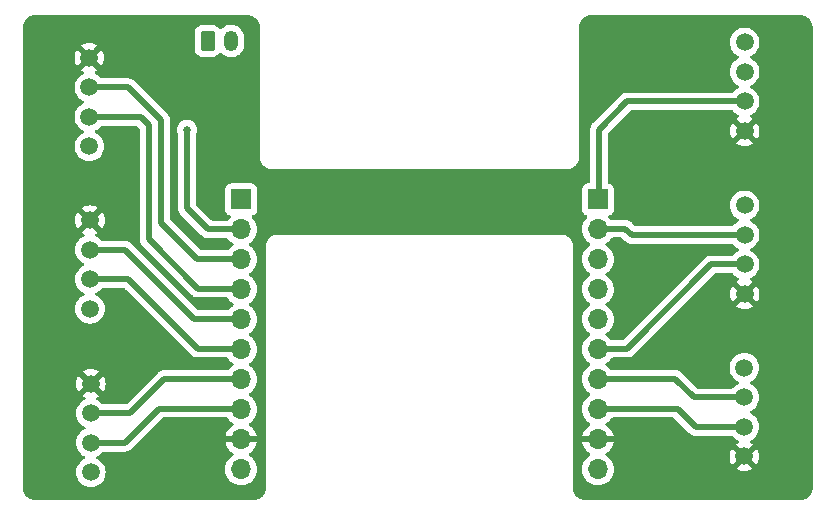
<source format=gbr>
%TF.GenerationSoftware,KiCad,Pcbnew,7.0.2*%
%TF.CreationDate,2024-03-24T23:04:52+01:00*%
%TF.ProjectId,Support_TTGO_invers_,53757070-6f72-4745-9f54-54474f5f696e,rev?*%
%TF.SameCoordinates,Original*%
%TF.FileFunction,Copper,L1,Top*%
%TF.FilePolarity,Positive*%
%FSLAX46Y46*%
G04 Gerber Fmt 4.6, Leading zero omitted, Abs format (unit mm)*
G04 Created by KiCad (PCBNEW 7.0.2) date 2024-03-24 23:04:52*
%MOMM*%
%LPD*%
G01*
G04 APERTURE LIST*
G04 Aperture macros list*
%AMRoundRect*
0 Rectangle with rounded corners*
0 $1 Rounding radius*
0 $2 $3 $4 $5 $6 $7 $8 $9 X,Y pos of 4 corners*
0 Add a 4 corners polygon primitive as box body*
4,1,4,$2,$3,$4,$5,$6,$7,$8,$9,$2,$3,0*
0 Add four circle primitives for the rounded corners*
1,1,$1+$1,$2,$3*
1,1,$1+$1,$4,$5*
1,1,$1+$1,$6,$7*
1,1,$1+$1,$8,$9*
0 Add four rect primitives between the rounded corners*
20,1,$1+$1,$2,$3,$4,$5,0*
20,1,$1+$1,$4,$5,$6,$7,0*
20,1,$1+$1,$6,$7,$8,$9,0*
20,1,$1+$1,$8,$9,$2,$3,0*%
G04 Aperture macros list end*
%TA.AperFunction,ComponentPad*%
%ADD10RoundRect,0.250000X-0.350000X-0.625000X0.350000X-0.625000X0.350000X0.625000X-0.350000X0.625000X0*%
%TD*%
%TA.AperFunction,ComponentPad*%
%ADD11O,1.200000X1.750000*%
%TD*%
%TA.AperFunction,ComponentPad*%
%ADD12C,1.500000*%
%TD*%
%TA.AperFunction,ComponentPad*%
%ADD13R,1.700000X1.700000*%
%TD*%
%TA.AperFunction,ComponentPad*%
%ADD14O,1.700000X1.700000*%
%TD*%
%TA.AperFunction,ViaPad*%
%ADD15C,0.650000*%
%TD*%
%TA.AperFunction,Conductor*%
%ADD16C,0.500000*%
%TD*%
G04 APERTURE END LIST*
D10*
%TO.P,J9,1,Pin_1*%
%TO.N,Net-(J9-Pin_1)*%
X123560000Y-70150000D03*
D11*
%TO.P,J9,2,Pin_2*%
%TO.N,Net-(J9-Pin_2)*%
X125560000Y-70150000D03*
%TD*%
D12*
%TO.P,J3,1,Pin_1*%
%TO.N,GND*%
X113680000Y-99170000D03*
%TO.P,J3,2,Pin_2*%
%TO.N,IO_13*%
X113680000Y-101670000D03*
%TO.P,J3,3,Pin_3*%
%TO.N,IO_14*%
X113680000Y-104170000D03*
%TO.P,J3,4,Pin_4*%
%TO.N,PMU_DC_DC5*%
X113680000Y-106670000D03*
%TD*%
D13*
%TO.P,J1,1,Pin_1*%
%TO.N,unconnected-(J1-Pin_1-Pad1)*%
X126410000Y-83570000D03*
D14*
%TO.P,J1,2,Pin_2*%
%TO.N,IO_46*%
X126410000Y-86110000D03*
%TO.P,J1,3,Pin_3*%
%TO.N,IO_09*%
X126410000Y-88650000D03*
%TO.P,J1,4,Pin_4*%
%TO.N,IO_10*%
X126410000Y-91190000D03*
%TO.P,J1,5,Pin_5*%
%TO.N,IO_11*%
X126410000Y-93730000D03*
%TO.P,J1,6,Pin_6*%
%TO.N,IO_12*%
X126410000Y-96270000D03*
%TO.P,J1,7,Pin_7*%
%TO.N,IO_13*%
X126410000Y-98810000D03*
%TO.P,J1,8,Pin_8*%
%TO.N,IO_14*%
X126410000Y-101350000D03*
%TO.P,J1,9,Pin_9*%
%TO.N,GND*%
X126410000Y-103890000D03*
%TO.P,J1,10,Pin_10*%
%TO.N,PMU_DC_DC5*%
X126410000Y-106430000D03*
%TD*%
D12*
%TO.P,J8,1,Pin_1*%
%TO.N,GND*%
X113550000Y-71580000D03*
%TO.P,J8,2,Pin_2*%
%TO.N,IO_09*%
X113550000Y-74080000D03*
%TO.P,J8,3,Pin_3*%
%TO.N,IO_10*%
X113550000Y-76580000D03*
%TO.P,J8,4,Pin_4*%
%TO.N,PMU_DC_DC5*%
X113550000Y-79080000D03*
%TD*%
D13*
%TO.P,J2,1,Pin_1*%
%TO.N,IO_37*%
X156610000Y-83570000D03*
D14*
%TO.P,J2,2,Pin_2*%
%TO.N,IO_36*%
X156610000Y-86110000D03*
%TO.P,J2,3,Pin_3*%
%TO.N,unconnected-(J2-Pin_3-Pad3)*%
X156610000Y-88650000D03*
%TO.P,J2,4,Pin_4*%
%TO.N,unconnected-(J2-Pin_4-Pad4)*%
X156610000Y-91190000D03*
%TO.P,J2,5,Pin_5*%
%TO.N,unconnected-(J2-Pin_5-Pad5)*%
X156610000Y-93730000D03*
%TO.P,J2,6,Pin_6*%
%TO.N,IO_48*%
X156610000Y-96270000D03*
%TO.P,J2,7,Pin_7*%
%TO.N,IO_47*%
X156610000Y-98810000D03*
%TO.P,J2,8,Pin_8*%
%TO.N,IO_21*%
X156610000Y-101350000D03*
%TO.P,J2,9,Pin_9*%
%TO.N,GND*%
X156610000Y-103890000D03*
%TO.P,J2,10,Pin_10*%
%TO.N,unconnected-(J2-Pin_10-Pad10)*%
X156610000Y-106430000D03*
%TD*%
D12*
%TO.P,J7,1,Pin_1*%
%TO.N,GND*%
X169030000Y-77770000D03*
%TO.P,J7,2,Pin_2*%
%TO.N,IO_37*%
X169030000Y-75270000D03*
%TO.P,J7,3,Pin_3*%
%TO.N,PMU_DC_DC5*%
X169030000Y-72770000D03*
%TO.P,J7,4*%
%TO.N,N/C*%
X169030000Y-70270000D03*
%TD*%
%TO.P,J4,1,Pin_1*%
%TO.N,GND*%
X113600000Y-85330000D03*
%TO.P,J4,2,Pin_2*%
%TO.N,IO_11*%
X113600000Y-87830000D03*
%TO.P,J4,3,Pin_3*%
%TO.N,IO_12*%
X113600000Y-90330000D03*
%TO.P,J4,4,Pin_4*%
%TO.N,PMU_DC_DC5*%
X113600000Y-92830000D03*
%TD*%
%TO.P,J6,1,Pin_1*%
%TO.N,GND*%
X169030000Y-91570000D03*
%TO.P,J6,2,Pin_2*%
%TO.N,IO_48*%
X169030000Y-89070000D03*
%TO.P,J6,3,Pin_3*%
%TO.N,IO_36*%
X169030000Y-86570000D03*
%TO.P,J6,4,Pin_4*%
%TO.N,PMU_DC_DC5*%
X169030000Y-84070000D03*
%TD*%
%TO.P,J5,1,Pin_1*%
%TO.N,GND*%
X169010000Y-105330000D03*
%TO.P,J5,2,Pin_2*%
%TO.N,IO_21*%
X169010000Y-102830000D03*
%TO.P,J5,3,Pin_3*%
%TO.N,IO_47*%
X169010000Y-100330000D03*
%TO.P,J5,4,Pin_4*%
%TO.N,PMU_DC_DC5*%
X169010000Y-97830000D03*
%TD*%
D15*
%TO.N,GND*%
X163310000Y-88790000D03*
X119890000Y-73970000D03*
%TO.N,IO_46*%
X121820001Y-77659999D03*
%TD*%
D16*
%TO.N,IO_46*%
X121820001Y-84320001D02*
X121820001Y-77659999D01*
X123610000Y-86110000D02*
X121820001Y-84320001D01*
X126410000Y-86110000D02*
X123610000Y-86110000D01*
%TO.N,IO_37*%
X159080000Y-75270000D02*
X169030000Y-75270000D01*
X156700000Y-77650000D02*
X159080000Y-75270000D01*
X156700000Y-83500000D02*
X156700000Y-77650000D01*
%TO.N,IO_36*%
X169030000Y-86570000D02*
X159470000Y-86570000D01*
X158940000Y-86040000D02*
X156700000Y-86040000D01*
X159470000Y-86570000D02*
X158940000Y-86040000D01*
%TO.N,IO_48*%
X166210000Y-89070000D02*
X169030000Y-89070000D01*
X156700000Y-96200000D02*
X159080000Y-96200000D01*
X159080000Y-96200000D02*
X166210000Y-89070000D01*
%TO.N,IO_47*%
X164710000Y-100330000D02*
X163120000Y-98740000D01*
X169010000Y-100330000D02*
X164710000Y-100330000D01*
X163120000Y-98740000D02*
X156700000Y-98740000D01*
%TO.N,IO_21*%
X163350000Y-101280000D02*
X156700000Y-101280000D01*
X169010000Y-102830000D02*
X164900000Y-102830000D01*
X164900000Y-102830000D02*
X163350000Y-101280000D01*
%TO.N,IO_09*%
X119650000Y-76880000D02*
X116850000Y-74080000D01*
X126500000Y-88580000D02*
X122680000Y-88580000D01*
X122680000Y-88580000D02*
X119650000Y-85550000D01*
X116850000Y-74080000D02*
X113550000Y-74080000D01*
X119650000Y-85550000D02*
X119650000Y-76880000D01*
%TO.N,IO_10*%
X122760000Y-91120000D02*
X118570000Y-86930000D01*
X118570000Y-86930000D02*
X118570000Y-77260000D01*
X117890000Y-76580000D02*
X113550000Y-76580000D01*
X126500000Y-91120000D02*
X122760000Y-91120000D01*
X118570000Y-77260000D02*
X117890000Y-76580000D01*
%TO.N,IO_11*%
X122380000Y-93660000D02*
X116550000Y-87830000D01*
X126500000Y-93660000D02*
X122380000Y-93660000D01*
X116550000Y-87830000D02*
X113600000Y-87830000D01*
%TO.N,IO_12*%
X116840000Y-90330000D02*
X113600000Y-90330000D01*
X126500000Y-96200000D02*
X122710000Y-96200000D01*
X122710000Y-96200000D02*
X116840000Y-90330000D01*
%TO.N,IO_13*%
X126500000Y-98740000D02*
X126460000Y-98780000D01*
X116980000Y-101670000D02*
X113680000Y-101670000D01*
X126460000Y-98780000D02*
X119870000Y-98780000D01*
X119870000Y-98780000D02*
X116980000Y-101670000D01*
%TO.N,IO_14*%
X119420000Y-101280000D02*
X116530000Y-104170000D01*
X126500000Y-101280000D02*
X119420000Y-101280000D01*
X116530000Y-104170000D02*
X113680000Y-104170000D01*
%TD*%
%TA.AperFunction,Conductor*%
%TO.N,GND*%
G36*
X158644809Y-86810185D02*
G01*
X158665451Y-86826819D01*
X158894268Y-87055635D01*
X158906044Y-87069260D01*
X158920390Y-87088530D01*
X158957847Y-87119960D01*
X158958339Y-87120373D01*
X158966314Y-87127681D01*
X158970223Y-87131590D01*
X158973055Y-87133829D01*
X158973065Y-87133838D01*
X158994542Y-87150819D01*
X158997298Y-87153063D01*
X159054786Y-87201302D01*
X159054788Y-87201303D01*
X159055757Y-87202116D01*
X159072177Y-87212576D01*
X159073321Y-87213109D01*
X159073323Y-87213111D01*
X159141357Y-87244835D01*
X159144456Y-87246335D01*
X159210753Y-87279631D01*
X159212704Y-87280611D01*
X159231084Y-87286998D01*
X159232321Y-87287253D01*
X159232327Y-87287256D01*
X159305862Y-87302439D01*
X159309209Y-87303181D01*
X159382279Y-87320500D01*
X159382281Y-87320500D01*
X159383505Y-87320790D01*
X159402876Y-87322769D01*
X159404140Y-87322732D01*
X159404144Y-87322733D01*
X159479110Y-87320552D01*
X159482716Y-87320500D01*
X167964376Y-87320500D01*
X168031415Y-87340185D01*
X168065949Y-87373374D01*
X168068402Y-87376877D01*
X168223123Y-87531598D01*
X168402361Y-87657102D01*
X168510693Y-87707618D01*
X168563132Y-87753790D01*
X168582284Y-87820984D01*
X168562068Y-87887865D01*
X168510693Y-87932382D01*
X168402361Y-87982898D01*
X168223121Y-88108403D01*
X168068404Y-88263119D01*
X168065953Y-88266621D01*
X168011377Y-88310247D01*
X167964376Y-88319500D01*
X166273706Y-88319500D01*
X166255736Y-88318191D01*
X166241853Y-88316157D01*
X166231977Y-88314711D01*
X166231976Y-88314711D01*
X166182631Y-88319028D01*
X166171824Y-88319500D01*
X166166291Y-88319500D01*
X166162730Y-88319916D01*
X166162715Y-88319917D01*
X166135501Y-88323098D01*
X166131916Y-88323464D01*
X166055961Y-88330109D01*
X166036921Y-88334330D01*
X165965232Y-88360421D01*
X165961831Y-88361603D01*
X165889474Y-88385580D01*
X165871927Y-88394075D01*
X165808221Y-88435975D01*
X165805181Y-88437912D01*
X165740280Y-88477944D01*
X165725164Y-88490257D01*
X165672831Y-88545726D01*
X165670319Y-88548312D01*
X158805451Y-95413181D01*
X158744128Y-95446666D01*
X158717770Y-95449500D01*
X157748687Y-95449500D01*
X157681648Y-95429815D01*
X157656648Y-95405788D01*
X157656167Y-95406270D01*
X157481402Y-95231505D01*
X157383883Y-95163222D01*
X157295839Y-95101573D01*
X157252216Y-95046998D01*
X157245022Y-94977500D01*
X157276545Y-94915145D01*
X157295837Y-94898428D01*
X157481401Y-94768495D01*
X157648495Y-94601401D01*
X157784035Y-94407830D01*
X157883903Y-94193663D01*
X157945063Y-93965408D01*
X157965659Y-93730000D01*
X157945063Y-93494592D01*
X157883903Y-93266337D01*
X157784035Y-93052171D01*
X157648495Y-92858599D01*
X157481401Y-92691505D01*
X157295839Y-92561573D01*
X157252216Y-92506998D01*
X157245022Y-92437500D01*
X157276545Y-92375145D01*
X157295837Y-92358428D01*
X157481401Y-92228495D01*
X157648495Y-92061401D01*
X157784035Y-91867830D01*
X157883903Y-91653663D01*
X157945063Y-91425408D01*
X157965659Y-91190000D01*
X157961011Y-91136880D01*
X157945063Y-90954592D01*
X157925191Y-90880427D01*
X157883903Y-90726337D01*
X157784035Y-90512171D01*
X157648495Y-90318599D01*
X157481401Y-90151505D01*
X157295839Y-90021573D01*
X157252216Y-89966998D01*
X157245022Y-89897500D01*
X157276545Y-89835145D01*
X157295837Y-89818428D01*
X157481401Y-89688495D01*
X157648495Y-89521401D01*
X157784035Y-89327830D01*
X157883903Y-89113663D01*
X157945063Y-88885408D01*
X157965659Y-88650000D01*
X157945063Y-88414592D01*
X157883903Y-88186337D01*
X157784035Y-87972171D01*
X157648495Y-87778599D01*
X157481401Y-87611505D01*
X157295839Y-87481573D01*
X157252216Y-87426998D01*
X157245022Y-87357500D01*
X157276545Y-87295145D01*
X157295837Y-87278428D01*
X157481401Y-87148495D01*
X157648495Y-86981401D01*
X157745140Y-86843376D01*
X157799717Y-86799752D01*
X157846715Y-86790500D01*
X158577770Y-86790500D01*
X158644809Y-86810185D01*
G37*
%TD.AperFunction*%
%TA.AperFunction,Conductor*%
G36*
X127005394Y-67970971D02*
G01*
X127045519Y-67974482D01*
X127171780Y-67986919D01*
X127191682Y-67990540D01*
X127256467Y-68007899D01*
X127260203Y-68008966D01*
X127351570Y-68036682D01*
X127367959Y-68042952D01*
X127433867Y-68073686D01*
X127439867Y-68076685D01*
X127482639Y-68099548D01*
X127519046Y-68119008D01*
X127531715Y-68126791D01*
X127592889Y-68169625D01*
X127600430Y-68175346D01*
X127668455Y-68231172D01*
X127677472Y-68239345D01*
X127730653Y-68292526D01*
X127738826Y-68301543D01*
X127794652Y-68369568D01*
X127800373Y-68377109D01*
X127843207Y-68438283D01*
X127850990Y-68450952D01*
X127893304Y-68530114D01*
X127896328Y-68536163D01*
X127927041Y-68602027D01*
X127933319Y-68618436D01*
X127961008Y-68709713D01*
X127962123Y-68713616D01*
X127979454Y-68778298D01*
X127983082Y-68798237D01*
X127995523Y-68924554D01*
X127997207Y-68943801D01*
X127999030Y-68964638D01*
X127999500Y-68975406D01*
X127999500Y-79922902D01*
X127994926Y-79938478D01*
X127998903Y-79978858D01*
X127999500Y-79991012D01*
X127999500Y-80077533D01*
X128010628Y-80140645D01*
X128009311Y-80152448D01*
X128015263Y-80172067D01*
X128018717Y-80186522D01*
X128029899Y-80249938D01*
X128033407Y-80259575D01*
X128058163Y-80327592D01*
X128058992Y-80340641D01*
X128067129Y-80355864D01*
X128074289Y-80371899D01*
X128089774Y-80414441D01*
X128089776Y-80414447D01*
X128138578Y-80498974D01*
X128142056Y-80513311D01*
X128151793Y-80525176D01*
X128163325Y-80541837D01*
X128179926Y-80570590D01*
X128189372Y-80584560D01*
X128191255Y-80588084D01*
X128209702Y-80604661D01*
X128248914Y-80651393D01*
X128255485Y-80666408D01*
X128265932Y-80674982D01*
X128282254Y-80691126D01*
X128289837Y-80700163D01*
X128298872Y-80707744D01*
X128315018Y-80724067D01*
X128319147Y-80729098D01*
X128338606Y-80741085D01*
X128385337Y-80780297D01*
X128395234Y-80795172D01*
X128405438Y-80800627D01*
X128419408Y-80810072D01*
X128423942Y-80812690D01*
X128423945Y-80812692D01*
X128448165Y-80826676D01*
X128464826Y-80838207D01*
X128471770Y-80843905D01*
X128491019Y-80851417D01*
X128575555Y-80900225D01*
X128618105Y-80915712D01*
X128634141Y-80922872D01*
X128644334Y-80928320D01*
X128662401Y-80931834D01*
X128740062Y-80960101D01*
X128803476Y-80971282D01*
X128817939Y-80974738D01*
X128832541Y-80979167D01*
X128849350Y-80979370D01*
X128912468Y-80990500D01*
X128912469Y-80990500D01*
X128998997Y-80990500D01*
X129011151Y-80991097D01*
X129044302Y-80994362D01*
X129067096Y-80990500D01*
X153932903Y-80990500D01*
X153948476Y-80995073D01*
X153988848Y-80991097D01*
X154001002Y-80990500D01*
X154087530Y-80990500D01*
X154087532Y-80990500D01*
X154150646Y-80979371D01*
X154162444Y-80980687D01*
X154182055Y-80974738D01*
X154196511Y-80971284D01*
X154259938Y-80960101D01*
X154337592Y-80931836D01*
X154350638Y-80931007D01*
X154365854Y-80922874D01*
X154381890Y-80915713D01*
X154424445Y-80900225D01*
X154508976Y-80851420D01*
X154523310Y-80847942D01*
X154535172Y-80838208D01*
X154551834Y-80826676D01*
X154576055Y-80812692D01*
X154576055Y-80812691D01*
X154580586Y-80810076D01*
X154594564Y-80800625D01*
X154598082Y-80798744D01*
X154614658Y-80780300D01*
X154661395Y-80741083D01*
X154676407Y-80734513D01*
X154684977Y-80724071D01*
X154701121Y-80707750D01*
X154710163Y-80700163D01*
X154717750Y-80691121D01*
X154734071Y-80674977D01*
X154739099Y-80670850D01*
X154751082Y-80651397D01*
X154790297Y-80604661D01*
X154805172Y-80594764D01*
X154810625Y-80584564D01*
X154820076Y-80570586D01*
X154822692Y-80566055D01*
X154836676Y-80541834D01*
X154848208Y-80525172D01*
X154853903Y-80518231D01*
X154861418Y-80498979D01*
X154910225Y-80414445D01*
X154925713Y-80371890D01*
X154932874Y-80355854D01*
X154938319Y-80345666D01*
X154941835Y-80327595D01*
X154970101Y-80249938D01*
X154981284Y-80186511D01*
X154984738Y-80172055D01*
X154989166Y-80157458D01*
X154989370Y-80140649D01*
X155000500Y-80077532D01*
X155000500Y-79991002D01*
X155001097Y-79978848D01*
X155004362Y-79945696D01*
X155000500Y-79922903D01*
X155000500Y-68975409D01*
X155000972Y-68964603D01*
X155004482Y-68924479D01*
X155016919Y-68798215D01*
X155020539Y-68778322D01*
X155037908Y-68713498D01*
X155038956Y-68709828D01*
X155066685Y-68618419D01*
X155072948Y-68602049D01*
X155103700Y-68536102D01*
X155106670Y-68530161D01*
X155149012Y-68450944D01*
X155156786Y-68438289D01*
X155199639Y-68377089D01*
X155205330Y-68369587D01*
X155261191Y-68301521D01*
X155269325Y-68292547D01*
X155322547Y-68239325D01*
X155331521Y-68231191D01*
X155399587Y-68175330D01*
X155407089Y-68169639D01*
X155468289Y-68126786D01*
X155480944Y-68119012D01*
X155560161Y-68076670D01*
X155566102Y-68073700D01*
X155632049Y-68042948D01*
X155648419Y-68036685D01*
X155739828Y-68008956D01*
X155743498Y-68007908D01*
X155808318Y-67990540D01*
X155828221Y-67986918D01*
X155954471Y-67974483D01*
X155994640Y-67970968D01*
X156005402Y-67970500D01*
X173784587Y-67970500D01*
X173795394Y-67970971D01*
X173835519Y-67974482D01*
X173961780Y-67986919D01*
X173981682Y-67990540D01*
X174046467Y-68007899D01*
X174050203Y-68008966D01*
X174141570Y-68036682D01*
X174157959Y-68042952D01*
X174223867Y-68073686D01*
X174229867Y-68076685D01*
X174272639Y-68099548D01*
X174309046Y-68119008D01*
X174321715Y-68126791D01*
X174382889Y-68169625D01*
X174390430Y-68175346D01*
X174458455Y-68231172D01*
X174467472Y-68239345D01*
X174520653Y-68292526D01*
X174528826Y-68301543D01*
X174584652Y-68369568D01*
X174590373Y-68377109D01*
X174633207Y-68438283D01*
X174640990Y-68450952D01*
X174683304Y-68530114D01*
X174686328Y-68536163D01*
X174717041Y-68602027D01*
X174723319Y-68618436D01*
X174751008Y-68709713D01*
X174752123Y-68713616D01*
X174769454Y-68778298D01*
X174773082Y-68798237D01*
X174785523Y-68924554D01*
X174787207Y-68943801D01*
X174789030Y-68964638D01*
X174789500Y-68975406D01*
X174789500Y-107994583D01*
X174789028Y-108005393D01*
X174785523Y-108045445D01*
X174773082Y-108171764D01*
X174769455Y-108191696D01*
X174752123Y-108256382D01*
X174751008Y-108260285D01*
X174723319Y-108351562D01*
X174717041Y-108367971D01*
X174686328Y-108433835D01*
X174683304Y-108439884D01*
X174640990Y-108519046D01*
X174633207Y-108531715D01*
X174590373Y-108592889D01*
X174584652Y-108600430D01*
X174528826Y-108668455D01*
X174520653Y-108677472D01*
X174467472Y-108730653D01*
X174458455Y-108738826D01*
X174390430Y-108794652D01*
X174382889Y-108800373D01*
X174321715Y-108843207D01*
X174309046Y-108850990D01*
X174229884Y-108893304D01*
X174223835Y-108896328D01*
X174157971Y-108927041D01*
X174141562Y-108933319D01*
X174050285Y-108961008D01*
X174046382Y-108962123D01*
X173981700Y-108979454D01*
X173961761Y-108983082D01*
X173835445Y-108995523D01*
X173816131Y-108997213D01*
X173795360Y-108999031D01*
X173784594Y-108999500D01*
X155505415Y-108999500D01*
X155494606Y-108999028D01*
X155454550Y-108995523D01*
X155326388Y-108982900D01*
X155306455Y-108979273D01*
X155241194Y-108961786D01*
X155237293Y-108960672D01*
X155144797Y-108932614D01*
X155128388Y-108926336D01*
X155116117Y-108920614D01*
X155061864Y-108895315D01*
X155055840Y-108892303D01*
X154978548Y-108850990D01*
X154975658Y-108849445D01*
X154962989Y-108841662D01*
X154901193Y-108798392D01*
X154893652Y-108792671D01*
X154824768Y-108736140D01*
X154815751Y-108727967D01*
X154762031Y-108674247D01*
X154753858Y-108665230D01*
X154697327Y-108596346D01*
X154691606Y-108588805D01*
X154648336Y-108527009D01*
X154640556Y-108514346D01*
X154597680Y-108434130D01*
X154594697Y-108428164D01*
X154563657Y-108361598D01*
X154557384Y-108345201D01*
X154529326Y-108252705D01*
X154528212Y-108248804D01*
X154512910Y-108191696D01*
X154510724Y-108183538D01*
X154507100Y-108163618D01*
X154494473Y-108035415D01*
X154490968Y-107995359D01*
X154490500Y-107984598D01*
X154490500Y-106429999D01*
X155254340Y-106429999D01*
X155274936Y-106665407D01*
X155276167Y-106670000D01*
X155336097Y-106893663D01*
X155435965Y-107107830D01*
X155571505Y-107301401D01*
X155738599Y-107468495D01*
X155932170Y-107604035D01*
X156146337Y-107703903D01*
X156374592Y-107765063D01*
X156610000Y-107785659D01*
X156845408Y-107765063D01*
X157073663Y-107703903D01*
X157287830Y-107604035D01*
X157481401Y-107468495D01*
X157648495Y-107301401D01*
X157784035Y-107107830D01*
X157883903Y-106893663D01*
X157945063Y-106665408D01*
X157965659Y-106430000D01*
X157964492Y-106416667D01*
X157945063Y-106194592D01*
X157945062Y-106194591D01*
X157883903Y-105966337D01*
X157784035Y-105752171D01*
X157648495Y-105558599D01*
X157481401Y-105391505D01*
X157295402Y-105261267D01*
X157251780Y-105206692D01*
X157244587Y-105137193D01*
X157276109Y-105074839D01*
X157295405Y-105058119D01*
X157481078Y-104928109D01*
X157648106Y-104761081D01*
X157783600Y-104567576D01*
X157883430Y-104353492D01*
X157940636Y-104140000D01*
X157043686Y-104140000D01*
X157069493Y-104099844D01*
X157110000Y-103961889D01*
X157110000Y-103818111D01*
X157069493Y-103680156D01*
X157043686Y-103640000D01*
X157940636Y-103640000D01*
X157940635Y-103639999D01*
X157883430Y-103426507D01*
X157783599Y-103212421D01*
X157648109Y-103018921D01*
X157481081Y-102851893D01*
X157295404Y-102721880D01*
X157251780Y-102667303D01*
X157244587Y-102597804D01*
X157276109Y-102535450D01*
X157295399Y-102518734D01*
X157481401Y-102388495D01*
X157648495Y-102221401D01*
X157745140Y-102083376D01*
X157799717Y-102039752D01*
X157846715Y-102030500D01*
X162987770Y-102030500D01*
X163054809Y-102050185D01*
X163075451Y-102066819D01*
X164324269Y-103315637D01*
X164336051Y-103329270D01*
X164350390Y-103348531D01*
X164388338Y-103380373D01*
X164396313Y-103387681D01*
X164400223Y-103391591D01*
X164424556Y-103410830D01*
X164427335Y-103413095D01*
X164485752Y-103462113D01*
X164502179Y-103472578D01*
X164571320Y-103504819D01*
X164574567Y-103506391D01*
X164642699Y-103540609D01*
X164661087Y-103547000D01*
X164662323Y-103547255D01*
X164662327Y-103547257D01*
X164735895Y-103562447D01*
X164739242Y-103563189D01*
X164812279Y-103580500D01*
X164812281Y-103580500D01*
X164813509Y-103580791D01*
X164832878Y-103582770D01*
X164834140Y-103582733D01*
X164834144Y-103582734D01*
X164906533Y-103580627D01*
X164909131Y-103580552D01*
X164912737Y-103580500D01*
X167944376Y-103580500D01*
X168011415Y-103600185D01*
X168045949Y-103633374D01*
X168048402Y-103636877D01*
X168203123Y-103791598D01*
X168382361Y-103917102D01*
X168457254Y-103952025D01*
X168491285Y-103967894D01*
X168543724Y-104014066D01*
X168562876Y-104081260D01*
X168542660Y-104148141D01*
X168491285Y-104192658D01*
X168382612Y-104243333D01*
X168320428Y-104286874D01*
X168320427Y-104286875D01*
X168877466Y-104843913D01*
X168867685Y-104845320D01*
X168736900Y-104905048D01*
X168628239Y-104999202D01*
X168550507Y-105120156D01*
X168526923Y-105200475D01*
X167966875Y-104640427D01*
X167966874Y-104640428D01*
X167923333Y-104702611D01*
X167830897Y-104900840D01*
X167774287Y-105112113D01*
X167755224Y-105329999D01*
X167774287Y-105547886D01*
X167830898Y-105759161D01*
X167923331Y-105957386D01*
X167966873Y-106019571D01*
X167966875Y-106019572D01*
X168526923Y-105459523D01*
X168550507Y-105539844D01*
X168628239Y-105660798D01*
X168736900Y-105754952D01*
X168867685Y-105814680D01*
X168877466Y-105816086D01*
X168320426Y-106373124D01*
X168320427Y-106373125D01*
X168382610Y-106416666D01*
X168580840Y-106509102D01*
X168792113Y-106565712D01*
X169010000Y-106584775D01*
X169227886Y-106565712D01*
X169439159Y-106509102D01*
X169637385Y-106416667D01*
X169699572Y-106373124D01*
X169142534Y-105816086D01*
X169152315Y-105814680D01*
X169283100Y-105754952D01*
X169391761Y-105660798D01*
X169469493Y-105539844D01*
X169493076Y-105459524D01*
X170053124Y-106019572D01*
X170096667Y-105957385D01*
X170189102Y-105759159D01*
X170245712Y-105547886D01*
X170264775Y-105329999D01*
X170245712Y-105112113D01*
X170189102Y-104900840D01*
X170096667Y-104702615D01*
X170053123Y-104640428D01*
X169493076Y-105200475D01*
X169469493Y-105120156D01*
X169391761Y-104999202D01*
X169283100Y-104905048D01*
X169152315Y-104845320D01*
X169142534Y-104843913D01*
X169699572Y-104286875D01*
X169699571Y-104286873D01*
X169637386Y-104243331D01*
X169528716Y-104192658D01*
X169476276Y-104146486D01*
X169457124Y-104079293D01*
X169477340Y-104012411D01*
X169528715Y-103967894D01*
X169637639Y-103917102D01*
X169816877Y-103791598D01*
X169971598Y-103636877D01*
X170097102Y-103457639D01*
X170189575Y-103259330D01*
X170246207Y-103047977D01*
X170265277Y-102830000D01*
X170246207Y-102612023D01*
X170189575Y-102400670D01*
X170097102Y-102202362D01*
X169971598Y-102023123D01*
X169816877Y-101868402D01*
X169637639Y-101742898D01*
X169529306Y-101692381D01*
X169476868Y-101646210D01*
X169457716Y-101579016D01*
X169477932Y-101512135D01*
X169529307Y-101467618D01*
X169637639Y-101417102D01*
X169816877Y-101291598D01*
X169971598Y-101136877D01*
X170097102Y-100957639D01*
X170189575Y-100759330D01*
X170246207Y-100547977D01*
X170265277Y-100330000D01*
X170246207Y-100112023D01*
X170189575Y-99900670D01*
X170097102Y-99702362D01*
X169971598Y-99523123D01*
X169816877Y-99368402D01*
X169637639Y-99242898D01*
X169529306Y-99192381D01*
X169476868Y-99146210D01*
X169457716Y-99079016D01*
X169477932Y-99012135D01*
X169529307Y-98967618D01*
X169545309Y-98960156D01*
X169637639Y-98917102D01*
X169816877Y-98791598D01*
X169971598Y-98636877D01*
X170097102Y-98457639D01*
X170189575Y-98259330D01*
X170246207Y-98047977D01*
X170265277Y-97830000D01*
X170260159Y-97771505D01*
X170248792Y-97641575D01*
X170246207Y-97612023D01*
X170189575Y-97400670D01*
X170097102Y-97202362D01*
X169971598Y-97023123D01*
X169816877Y-96868402D01*
X169637639Y-96742898D01*
X169514836Y-96685634D01*
X169439331Y-96650425D01*
X169227974Y-96593792D01*
X169010000Y-96574722D01*
X168792025Y-96593792D01*
X168580668Y-96650425D01*
X168382361Y-96742898D01*
X168203122Y-96868402D01*
X168048402Y-97023122D01*
X167922898Y-97202361D01*
X167830425Y-97400668D01*
X167773792Y-97612025D01*
X167754722Y-97829999D01*
X167773792Y-98047974D01*
X167830425Y-98259331D01*
X167870997Y-98346337D01*
X167922898Y-98457639D01*
X168048402Y-98636877D01*
X168203123Y-98791598D01*
X168382361Y-98917102D01*
X168474691Y-98960156D01*
X168490693Y-98967618D01*
X168543132Y-99013790D01*
X168562284Y-99080984D01*
X168542068Y-99147865D01*
X168490693Y-99192382D01*
X168382361Y-99242898D01*
X168203121Y-99368403D01*
X168048404Y-99523119D01*
X168045953Y-99526621D01*
X167991377Y-99570247D01*
X167944376Y-99579500D01*
X165072229Y-99579500D01*
X165005190Y-99559815D01*
X164984548Y-99543181D01*
X163695728Y-98254360D01*
X163683946Y-98240727D01*
X163669609Y-98221469D01*
X163631666Y-98189631D01*
X163623691Y-98182323D01*
X163622329Y-98180961D01*
X163619777Y-98178409D01*
X163595444Y-98159169D01*
X163592647Y-98156890D01*
X163534251Y-98107890D01*
X163517821Y-98097422D01*
X163448691Y-98065186D01*
X163445447Y-98063615D01*
X163377306Y-98029394D01*
X163358903Y-98022997D01*
X163284211Y-98007574D01*
X163280692Y-98006794D01*
X163206490Y-97989208D01*
X163187121Y-97987229D01*
X163110869Y-97989448D01*
X163107263Y-97989500D01*
X157748687Y-97989500D01*
X157681648Y-97969815D01*
X157656648Y-97945788D01*
X157656167Y-97946270D01*
X157481402Y-97771505D01*
X157383883Y-97703222D01*
X157295839Y-97641573D01*
X157252216Y-97586998D01*
X157245022Y-97517500D01*
X157276545Y-97455145D01*
X157295837Y-97438428D01*
X157481401Y-97308495D01*
X157648495Y-97141401D01*
X157745140Y-97003376D01*
X157799717Y-96959752D01*
X157846715Y-96950500D01*
X159016294Y-96950500D01*
X159034264Y-96951809D01*
X159038320Y-96952402D01*
X159058023Y-96955289D01*
X159107368Y-96950972D01*
X159118176Y-96950500D01*
X159120100Y-96950500D01*
X159123709Y-96950500D01*
X159154550Y-96946894D01*
X159158031Y-96946539D01*
X159232797Y-96939999D01*
X159232797Y-96939998D01*
X159234052Y-96939889D01*
X159253062Y-96935674D01*
X159254250Y-96935241D01*
X159254255Y-96935241D01*
X159324820Y-96909557D01*
X159328095Y-96908419D01*
X159399334Y-96884814D01*
X159399336Y-96884812D01*
X159400536Y-96884415D01*
X159418063Y-96875929D01*
X159419112Y-96875238D01*
X159419117Y-96875237D01*
X159481806Y-96834005D01*
X159484798Y-96832099D01*
X159548656Y-96792712D01*
X159548656Y-96792711D01*
X159549729Y-96792050D01*
X159564824Y-96779753D01*
X159565692Y-96778832D01*
X159565696Y-96778830D01*
X159617185Y-96724253D01*
X159619631Y-96721735D01*
X166484548Y-89856818D01*
X166545871Y-89823334D01*
X166572229Y-89820500D01*
X167964376Y-89820500D01*
X168031415Y-89840185D01*
X168065949Y-89873374D01*
X168068402Y-89876877D01*
X168223123Y-90031598D01*
X168402361Y-90157102D01*
X168511285Y-90207894D01*
X168563724Y-90254066D01*
X168582876Y-90321260D01*
X168562660Y-90388141D01*
X168511285Y-90432658D01*
X168402612Y-90483333D01*
X168340428Y-90526874D01*
X168340427Y-90526875D01*
X168897466Y-91083913D01*
X168887685Y-91085320D01*
X168756900Y-91145048D01*
X168648239Y-91239202D01*
X168570507Y-91360156D01*
X168546923Y-91440475D01*
X167986875Y-90880427D01*
X167986874Y-90880428D01*
X167943333Y-90942611D01*
X167850897Y-91140840D01*
X167794287Y-91352113D01*
X167775224Y-91569999D01*
X167794287Y-91787886D01*
X167850898Y-91999161D01*
X167943331Y-92197386D01*
X167986873Y-92259571D01*
X167986875Y-92259572D01*
X168546923Y-91699523D01*
X168570507Y-91779844D01*
X168648239Y-91900798D01*
X168756900Y-91994952D01*
X168887685Y-92054680D01*
X168897466Y-92056086D01*
X168340426Y-92613124D01*
X168340427Y-92613125D01*
X168402610Y-92656666D01*
X168600840Y-92749102D01*
X168812113Y-92805712D01*
X169030000Y-92824775D01*
X169247886Y-92805712D01*
X169459159Y-92749102D01*
X169657385Y-92656667D01*
X169719572Y-92613124D01*
X169162534Y-92056086D01*
X169172315Y-92054680D01*
X169303100Y-91994952D01*
X169411761Y-91900798D01*
X169489493Y-91779844D01*
X169513076Y-91699524D01*
X170073124Y-92259572D01*
X170116667Y-92197385D01*
X170209102Y-91999159D01*
X170265712Y-91787886D01*
X170284775Y-91569999D01*
X170265712Y-91352113D01*
X170209102Y-91140840D01*
X170116667Y-90942615D01*
X170073123Y-90880428D01*
X169513076Y-91440475D01*
X169489493Y-91360156D01*
X169411761Y-91239202D01*
X169303100Y-91145048D01*
X169172315Y-91085320D01*
X169162534Y-91083913D01*
X169719572Y-90526875D01*
X169719571Y-90526873D01*
X169657386Y-90483331D01*
X169548716Y-90432658D01*
X169496276Y-90386486D01*
X169477124Y-90319293D01*
X169497340Y-90252411D01*
X169548715Y-90207894D01*
X169657639Y-90157102D01*
X169836877Y-90031598D01*
X169991598Y-89876877D01*
X170117102Y-89697639D01*
X170209575Y-89499330D01*
X170266207Y-89287977D01*
X170285277Y-89070000D01*
X170266207Y-88852023D01*
X170209575Y-88640670D01*
X170117102Y-88442362D01*
X169991598Y-88263123D01*
X169836877Y-88108402D01*
X169657639Y-87982898D01*
X169549306Y-87932381D01*
X169496868Y-87886210D01*
X169477716Y-87819016D01*
X169497932Y-87752135D01*
X169549307Y-87707618D01*
X169657639Y-87657102D01*
X169836877Y-87531598D01*
X169991598Y-87376877D01*
X170117102Y-87197639D01*
X170209575Y-86999330D01*
X170266207Y-86787977D01*
X170285277Y-86570000D01*
X170266207Y-86352023D01*
X170209575Y-86140670D01*
X170117102Y-85942362D01*
X169991598Y-85763123D01*
X169836877Y-85608402D01*
X169657639Y-85482898D01*
X169549306Y-85432381D01*
X169496868Y-85386210D01*
X169477716Y-85319016D01*
X169497932Y-85252135D01*
X169549307Y-85207618D01*
X169657639Y-85157102D01*
X169836877Y-85031598D01*
X169991598Y-84876877D01*
X170117102Y-84697639D01*
X170209575Y-84499330D01*
X170266207Y-84287977D01*
X170285277Y-84070000D01*
X170266207Y-83852023D01*
X170209575Y-83640670D01*
X170117102Y-83442362D01*
X169991598Y-83263123D01*
X169836877Y-83108402D01*
X169657639Y-82982898D01*
X169566205Y-82940261D01*
X169459331Y-82890425D01*
X169247974Y-82833792D01*
X169030000Y-82814722D01*
X168812025Y-82833792D01*
X168600668Y-82890425D01*
X168402361Y-82982898D01*
X168223122Y-83108402D01*
X168068402Y-83263122D01*
X167942898Y-83442361D01*
X167850425Y-83640668D01*
X167793792Y-83852025D01*
X167774722Y-84069999D01*
X167793792Y-84287974D01*
X167843315Y-84472798D01*
X167850425Y-84499330D01*
X167942898Y-84697639D01*
X168068402Y-84876877D01*
X168223123Y-85031598D01*
X168402361Y-85157102D01*
X168468127Y-85187769D01*
X168510693Y-85207618D01*
X168563132Y-85253790D01*
X168582284Y-85320984D01*
X168562068Y-85387865D01*
X168510693Y-85432382D01*
X168402361Y-85482898D01*
X168223121Y-85608403D01*
X168068404Y-85763119D01*
X168065953Y-85766621D01*
X168011377Y-85810247D01*
X167964376Y-85819500D01*
X159832230Y-85819500D01*
X159765191Y-85799815D01*
X159744549Y-85783181D01*
X159515728Y-85554360D01*
X159503946Y-85540727D01*
X159489609Y-85521469D01*
X159451666Y-85489631D01*
X159443691Y-85482323D01*
X159442329Y-85480961D01*
X159439777Y-85478409D01*
X159415444Y-85459169D01*
X159412647Y-85456890D01*
X159354251Y-85407890D01*
X159337821Y-85397422D01*
X159268691Y-85365186D01*
X159265447Y-85363615D01*
X159197306Y-85329394D01*
X159178903Y-85322997D01*
X159164389Y-85320000D01*
X159104206Y-85307572D01*
X159100692Y-85306794D01*
X159026490Y-85289208D01*
X159007121Y-85287229D01*
X158930869Y-85289448D01*
X158927263Y-85289500D01*
X157748687Y-85289500D01*
X157681648Y-85269815D01*
X157656649Y-85245788D01*
X157656167Y-85246271D01*
X157597665Y-85187769D01*
X157526567Y-85116671D01*
X157493084Y-85055351D01*
X157498068Y-84985659D01*
X157539939Y-84929725D01*
X157570915Y-84912810D01*
X157702331Y-84863796D01*
X157817546Y-84777546D01*
X157903796Y-84662331D01*
X157954091Y-84527483D01*
X157960500Y-84467873D01*
X157960499Y-82672128D01*
X157954091Y-82612517D01*
X157903796Y-82477669D01*
X157817546Y-82362454D01*
X157702331Y-82276204D01*
X157702330Y-82276204D01*
X157567479Y-82225907D01*
X157561243Y-82225237D01*
X157496692Y-82198498D01*
X157456845Y-82141105D01*
X157450500Y-82101948D01*
X157450500Y-78012229D01*
X157470185Y-77945190D01*
X157486819Y-77924548D01*
X159354548Y-76056819D01*
X159415871Y-76023334D01*
X159442229Y-76020500D01*
X167964376Y-76020500D01*
X168031415Y-76040185D01*
X168065949Y-76073374D01*
X168068402Y-76076877D01*
X168223123Y-76231598D01*
X168402361Y-76357102D01*
X168511285Y-76407894D01*
X168563724Y-76454066D01*
X168582876Y-76521260D01*
X168562660Y-76588141D01*
X168511285Y-76632658D01*
X168402612Y-76683333D01*
X168340428Y-76726874D01*
X168340427Y-76726875D01*
X168897467Y-77283913D01*
X168887685Y-77285320D01*
X168756900Y-77345048D01*
X168648239Y-77439202D01*
X168570507Y-77560156D01*
X168546923Y-77640475D01*
X167986875Y-77080427D01*
X167986874Y-77080428D01*
X167943333Y-77142611D01*
X167850897Y-77340840D01*
X167794287Y-77552113D01*
X167775224Y-77769999D01*
X167794287Y-77987886D01*
X167850898Y-78199161D01*
X167943331Y-78397386D01*
X167986873Y-78459571D01*
X167986875Y-78459572D01*
X168546923Y-77899523D01*
X168570507Y-77979844D01*
X168648239Y-78100798D01*
X168756900Y-78194952D01*
X168887685Y-78254680D01*
X168897466Y-78256086D01*
X168340426Y-78813124D01*
X168340427Y-78813125D01*
X168402610Y-78856666D01*
X168600840Y-78949102D01*
X168812113Y-79005712D01*
X169030000Y-79024775D01*
X169247886Y-79005712D01*
X169459159Y-78949102D01*
X169657385Y-78856667D01*
X169719572Y-78813124D01*
X169162534Y-78256086D01*
X169172315Y-78254680D01*
X169303100Y-78194952D01*
X169411761Y-78100798D01*
X169489493Y-77979844D01*
X169513076Y-77899524D01*
X170073124Y-78459572D01*
X170116667Y-78397385D01*
X170209102Y-78199159D01*
X170265712Y-77987886D01*
X170284775Y-77769999D01*
X170265712Y-77552113D01*
X170209102Y-77340840D01*
X170116667Y-77142615D01*
X170073123Y-77080428D01*
X169513076Y-77640475D01*
X169489493Y-77560156D01*
X169411761Y-77439202D01*
X169303100Y-77345048D01*
X169172315Y-77285320D01*
X169162533Y-77283913D01*
X169719572Y-76726874D01*
X169719571Y-76726873D01*
X169657386Y-76683331D01*
X169548716Y-76632658D01*
X169496276Y-76586486D01*
X169477124Y-76519293D01*
X169497340Y-76452411D01*
X169548715Y-76407894D01*
X169657639Y-76357102D01*
X169836877Y-76231598D01*
X169991598Y-76076877D01*
X170117102Y-75897639D01*
X170209575Y-75699330D01*
X170266207Y-75487977D01*
X170285277Y-75270000D01*
X170266207Y-75052023D01*
X170209575Y-74840670D01*
X170117102Y-74642362D01*
X169991598Y-74463123D01*
X169836877Y-74308402D01*
X169657639Y-74182898D01*
X169549306Y-74132381D01*
X169496868Y-74086210D01*
X169477716Y-74019016D01*
X169497932Y-73952135D01*
X169549307Y-73907618D01*
X169657639Y-73857102D01*
X169836877Y-73731598D01*
X169991598Y-73576877D01*
X170117102Y-73397639D01*
X170209575Y-73199330D01*
X170266207Y-72987977D01*
X170285277Y-72770000D01*
X170284709Y-72763513D01*
X170266207Y-72552025D01*
X170266207Y-72552023D01*
X170209575Y-72340670D01*
X170117102Y-72142362D01*
X169991598Y-71963123D01*
X169836877Y-71808402D01*
X169657639Y-71682898D01*
X169549306Y-71632381D01*
X169496868Y-71586210D01*
X169477716Y-71519016D01*
X169497932Y-71452135D01*
X169549307Y-71407618D01*
X169657639Y-71357102D01*
X169836877Y-71231598D01*
X169991598Y-71076877D01*
X170117102Y-70897639D01*
X170209575Y-70699330D01*
X170266207Y-70487977D01*
X170285277Y-70270000D01*
X170266207Y-70052023D01*
X170209575Y-69840670D01*
X170117102Y-69642362D01*
X169991598Y-69463123D01*
X169836877Y-69308402D01*
X169657639Y-69182898D01*
X169550982Y-69133163D01*
X169459331Y-69090425D01*
X169247974Y-69033792D01*
X169030000Y-69014722D01*
X168812025Y-69033792D01*
X168600668Y-69090425D01*
X168402361Y-69182898D01*
X168223122Y-69308402D01*
X168068402Y-69463122D01*
X167942898Y-69642361D01*
X167850425Y-69840668D01*
X167793792Y-70052025D01*
X167774722Y-70270000D01*
X167793792Y-70487974D01*
X167850425Y-70699331D01*
X167900261Y-70806205D01*
X167942898Y-70897639D01*
X168068402Y-71076877D01*
X168223123Y-71231598D01*
X168402361Y-71357102D01*
X168510693Y-71407618D01*
X168563132Y-71453790D01*
X168582284Y-71520984D01*
X168562068Y-71587865D01*
X168510693Y-71632382D01*
X168402361Y-71682898D01*
X168223122Y-71808402D01*
X168068402Y-71963122D01*
X167942898Y-72142361D01*
X167850425Y-72340668D01*
X167793792Y-72552025D01*
X167774722Y-72769999D01*
X167793792Y-72987974D01*
X167795111Y-72992898D01*
X167850425Y-73199330D01*
X167942898Y-73397639D01*
X168068402Y-73576877D01*
X168223123Y-73731598D01*
X168402361Y-73857102D01*
X168510693Y-73907618D01*
X168563132Y-73953790D01*
X168582284Y-74020984D01*
X168562068Y-74087865D01*
X168510693Y-74132382D01*
X168402361Y-74182898D01*
X168223121Y-74308403D01*
X168068404Y-74463119D01*
X168065953Y-74466621D01*
X168011377Y-74510247D01*
X167964376Y-74519500D01*
X159143706Y-74519500D01*
X159125736Y-74518191D01*
X159111853Y-74516157D01*
X159101977Y-74514711D01*
X159101976Y-74514711D01*
X159052634Y-74519028D01*
X159041827Y-74519500D01*
X159036291Y-74519500D01*
X159032717Y-74519917D01*
X159032711Y-74519918D01*
X159005487Y-74523099D01*
X159001906Y-74523465D01*
X158925952Y-74530111D01*
X158906926Y-74534329D01*
X158835245Y-74560417D01*
X158831842Y-74561600D01*
X158759474Y-74585580D01*
X158741927Y-74594076D01*
X158678236Y-74635965D01*
X158675196Y-74637902D01*
X158610280Y-74677943D01*
X158595165Y-74690255D01*
X158542848Y-74745708D01*
X158540336Y-74748294D01*
X156214358Y-77074272D01*
X156200727Y-77086053D01*
X156181468Y-77100391D01*
X156149635Y-77138328D01*
X156142338Y-77146292D01*
X156140972Y-77147657D01*
X156140950Y-77147681D01*
X156138409Y-77150223D01*
X156136173Y-77153050D01*
X156136171Y-77153053D01*
X156119176Y-77174546D01*
X156116902Y-77177337D01*
X156067894Y-77235744D01*
X156057418Y-77252187D01*
X156025192Y-77321294D01*
X156023622Y-77324536D01*
X155989393Y-77392692D01*
X155982996Y-77411098D01*
X155967573Y-77485788D01*
X155966793Y-77489305D01*
X155949208Y-77563506D01*
X155947229Y-77582879D01*
X155949448Y-77659129D01*
X155949500Y-77662735D01*
X155949500Y-82095500D01*
X155929815Y-82162539D01*
X155877011Y-82208294D01*
X155825501Y-82219500D01*
X155715439Y-82219500D01*
X155715420Y-82219500D01*
X155712128Y-82219501D01*
X155708848Y-82219853D01*
X155708840Y-82219854D01*
X155652515Y-82225909D01*
X155517669Y-82276204D01*
X155402454Y-82362454D01*
X155316204Y-82477668D01*
X155265910Y-82612515D01*
X155265909Y-82612517D01*
X155259500Y-82672127D01*
X155259500Y-82675448D01*
X155259500Y-82675449D01*
X155259500Y-84464560D01*
X155259500Y-84464578D01*
X155259501Y-84467872D01*
X155259853Y-84471152D01*
X155259854Y-84471159D01*
X155262883Y-84499331D01*
X155265909Y-84527483D01*
X155316204Y-84662331D01*
X155402454Y-84777546D01*
X155517669Y-84863796D01*
X155628271Y-84905048D01*
X155649082Y-84912810D01*
X155705016Y-84954681D01*
X155729433Y-85020146D01*
X155714581Y-85088419D01*
X155693431Y-85116673D01*
X155571503Y-85238601D01*
X155435965Y-85432170D01*
X155336097Y-85646336D01*
X155274936Y-85874592D01*
X155254340Y-86110000D01*
X155274936Y-86345407D01*
X155307608Y-86467340D01*
X155336097Y-86573663D01*
X155435965Y-86787830D01*
X155571505Y-86981401D01*
X155738599Y-87148495D01*
X155924160Y-87278426D01*
X155967783Y-87333002D01*
X155974976Y-87402501D01*
X155943454Y-87464855D01*
X155924159Y-87481575D01*
X155738595Y-87611508D01*
X155571505Y-87778598D01*
X155435965Y-87972170D01*
X155336097Y-88186336D01*
X155274936Y-88414592D01*
X155254340Y-88650000D01*
X155274936Y-88885407D01*
X155308207Y-89009575D01*
X155336097Y-89113663D01*
X155435965Y-89327830D01*
X155571505Y-89521401D01*
X155738599Y-89688495D01*
X155924160Y-89818426D01*
X155967783Y-89873002D01*
X155974976Y-89942501D01*
X155943454Y-90004855D01*
X155924158Y-90021575D01*
X155794986Y-90112023D01*
X155738595Y-90151508D01*
X155571505Y-90318598D01*
X155435965Y-90512170D01*
X155336097Y-90726336D01*
X155274936Y-90954592D01*
X155254340Y-91189999D01*
X155274936Y-91425407D01*
X155313680Y-91570000D01*
X155336097Y-91653663D01*
X155435965Y-91867830D01*
X155571505Y-92061401D01*
X155738599Y-92228495D01*
X155924160Y-92358426D01*
X155967783Y-92413002D01*
X155974976Y-92482501D01*
X155943454Y-92544855D01*
X155924158Y-92561575D01*
X155788355Y-92656666D01*
X155738595Y-92691508D01*
X155571505Y-92858598D01*
X155435965Y-93052170D01*
X155336097Y-93266336D01*
X155274936Y-93494592D01*
X155254340Y-93729999D01*
X155274936Y-93965407D01*
X155307055Y-94085277D01*
X155336097Y-94193663D01*
X155435965Y-94407830D01*
X155571505Y-94601401D01*
X155738599Y-94768495D01*
X155924160Y-94898426D01*
X155967783Y-94953002D01*
X155974976Y-95022501D01*
X155943454Y-95084855D01*
X155924159Y-95101575D01*
X155738595Y-95231508D01*
X155571505Y-95398598D01*
X155435965Y-95592170D01*
X155336097Y-95806336D01*
X155274936Y-96034592D01*
X155254340Y-96270000D01*
X155274936Y-96505407D01*
X155298619Y-96593792D01*
X155336097Y-96733663D01*
X155435965Y-96947830D01*
X155571505Y-97141401D01*
X155738599Y-97308495D01*
X155924160Y-97438426D01*
X155967783Y-97493002D01*
X155974976Y-97562501D01*
X155943454Y-97624855D01*
X155924159Y-97641575D01*
X155738595Y-97771508D01*
X155571505Y-97938598D01*
X155435965Y-98132170D01*
X155336097Y-98346336D01*
X155274936Y-98574592D01*
X155254340Y-98810000D01*
X155274936Y-99045407D01*
X155308321Y-99170000D01*
X155336097Y-99273663D01*
X155435965Y-99487830D01*
X155571505Y-99681401D01*
X155738599Y-99848495D01*
X155924160Y-99978426D01*
X155967783Y-100033002D01*
X155974976Y-100102501D01*
X155943454Y-100164855D01*
X155924158Y-100181575D01*
X155744548Y-100307340D01*
X155738595Y-100311508D01*
X155571505Y-100478598D01*
X155435965Y-100672170D01*
X155336097Y-100886336D01*
X155274936Y-101114592D01*
X155254340Y-101350000D01*
X155274936Y-101585407D01*
X155317136Y-101742898D01*
X155336097Y-101813663D01*
X155435965Y-102027830D01*
X155571505Y-102221401D01*
X155738599Y-102388495D01*
X155924596Y-102518732D01*
X155968219Y-102573307D01*
X155975412Y-102642806D01*
X155943890Y-102705160D01*
X155924595Y-102721880D01*
X155738919Y-102851892D01*
X155571890Y-103018921D01*
X155436400Y-103212421D01*
X155336569Y-103426507D01*
X155279364Y-103639999D01*
X155279364Y-103640000D01*
X156176314Y-103640000D01*
X156150507Y-103680156D01*
X156110000Y-103818111D01*
X156110000Y-103961889D01*
X156150507Y-104099844D01*
X156176314Y-104140000D01*
X155279364Y-104140000D01*
X155336569Y-104353492D01*
X155436399Y-104567576D01*
X155571893Y-104761081D01*
X155738918Y-104928106D01*
X155924595Y-105058119D01*
X155968219Y-105112696D01*
X155975412Y-105182195D01*
X155943890Y-105244549D01*
X155924595Y-105261269D01*
X155738595Y-105391508D01*
X155571505Y-105558598D01*
X155435965Y-105752170D01*
X155336097Y-105966336D01*
X155274936Y-106194592D01*
X155254340Y-106429999D01*
X154490500Y-106429999D01*
X154490500Y-87607101D01*
X154495074Y-87591522D01*
X154491097Y-87551142D01*
X154490500Y-87538987D01*
X154490500Y-87453342D01*
X154482235Y-87406469D01*
X154479651Y-87391813D01*
X154480984Y-87379854D01*
X154474924Y-87359874D01*
X154471469Y-87345410D01*
X154470548Y-87340185D01*
X154460405Y-87282660D01*
X154432768Y-87206731D01*
X154431927Y-87193485D01*
X154423603Y-87177912D01*
X154416443Y-87161877D01*
X154401127Y-87119797D01*
X154398678Y-87115556D01*
X154353325Y-87037001D01*
X154349794Y-87022448D01*
X154339811Y-87010284D01*
X154328281Y-86993624D01*
X154314470Y-86969702D01*
X154314468Y-86969700D01*
X154311800Y-86965078D01*
X154302451Y-86951249D01*
X154300455Y-86947516D01*
X154281739Y-86930695D01*
X154277244Y-86925338D01*
X154244239Y-86886004D01*
X154237570Y-86870766D01*
X154226837Y-86861958D01*
X154210512Y-86845810D01*
X154203064Y-86836933D01*
X154194187Y-86829485D01*
X154178040Y-86813161D01*
X154173744Y-86807927D01*
X154153992Y-86795758D01*
X154144540Y-86787827D01*
X154109303Y-86758259D01*
X154099262Y-86743167D01*
X154088749Y-86737548D01*
X154074925Y-86728201D01*
X154062968Y-86721298D01*
X154046381Y-86711721D01*
X154029720Y-86700190D01*
X154022551Y-86694307D01*
X154002997Y-86686674D01*
X153920205Y-86638874D01*
X153920204Y-86638873D01*
X153920203Y-86638873D01*
X153878126Y-86623558D01*
X153862092Y-86616398D01*
X153851621Y-86610801D01*
X153833266Y-86607230D01*
X153810632Y-86598992D01*
X153757340Y-86579595D01*
X153729709Y-86574723D01*
X153694588Y-86568530D01*
X153680128Y-86565075D01*
X153665232Y-86560556D01*
X153648183Y-86560348D01*
X153586659Y-86549500D01*
X153586658Y-86549500D01*
X153501021Y-86549500D01*
X153488866Y-86548903D01*
X153455585Y-86545624D01*
X153432848Y-86549471D01*
X152743791Y-86549184D01*
X129567051Y-86539527D01*
X129551433Y-86534934D01*
X129511137Y-86538903D01*
X129498983Y-86539500D01*
X129412466Y-86539500D01*
X129349352Y-86550628D01*
X129337550Y-86549311D01*
X129317927Y-86555264D01*
X129303466Y-86558719D01*
X129240062Y-86569899D01*
X129162407Y-86598163D01*
X129149355Y-86598992D01*
X129134129Y-86607131D01*
X129118089Y-86614293D01*
X129075556Y-86629774D01*
X128991024Y-86678579D01*
X128976686Y-86682057D01*
X128964817Y-86691798D01*
X128948156Y-86703329D01*
X128919415Y-86719922D01*
X128905444Y-86729368D01*
X128901921Y-86731250D01*
X128885338Y-86749702D01*
X128838605Y-86788915D01*
X128823589Y-86795486D01*
X128815015Y-86805934D01*
X128798873Y-86822254D01*
X128789836Y-86829836D01*
X128782254Y-86838873D01*
X128765934Y-86855015D01*
X128760905Y-86859142D01*
X128748915Y-86878605D01*
X128709702Y-86925338D01*
X128694824Y-86935236D01*
X128689368Y-86945444D01*
X128679922Y-86959415D01*
X128663329Y-86988156D01*
X128651798Y-87004817D01*
X128646096Y-87011764D01*
X128638579Y-87031024D01*
X128589774Y-87115556D01*
X128574293Y-87158089D01*
X128567131Y-87174129D01*
X128561680Y-87184325D01*
X128558163Y-87202407D01*
X128529899Y-87280062D01*
X128518719Y-87343466D01*
X128515264Y-87357927D01*
X128510831Y-87372540D01*
X128510628Y-87389352D01*
X128499500Y-87452465D01*
X128499500Y-87538982D01*
X128498903Y-87551136D01*
X128495636Y-87584303D01*
X128499499Y-87607101D01*
X128499499Y-107994583D01*
X128499027Y-108005390D01*
X128495523Y-108045442D01*
X128483082Y-108171764D01*
X128479455Y-108191696D01*
X128462123Y-108256382D01*
X128461008Y-108260285D01*
X128433319Y-108351562D01*
X128427041Y-108367971D01*
X128396328Y-108433835D01*
X128393304Y-108439884D01*
X128350990Y-108519046D01*
X128343207Y-108531715D01*
X128300373Y-108592889D01*
X128294652Y-108600430D01*
X128238826Y-108668455D01*
X128230653Y-108677472D01*
X128177472Y-108730653D01*
X128168455Y-108738826D01*
X128100430Y-108794652D01*
X128092889Y-108800373D01*
X128031715Y-108843207D01*
X128019046Y-108850990D01*
X127939884Y-108893304D01*
X127933835Y-108896328D01*
X127867971Y-108927041D01*
X127851562Y-108933319D01*
X127760285Y-108961008D01*
X127756382Y-108962123D01*
X127691700Y-108979454D01*
X127671761Y-108983082D01*
X127545445Y-108995523D01*
X127526131Y-108997213D01*
X127505360Y-108999031D01*
X127494594Y-108999500D01*
X108925416Y-108999500D01*
X108914606Y-108999028D01*
X108874554Y-108995523D01*
X108748234Y-108983082D01*
X108728302Y-108979455D01*
X108663616Y-108962123D01*
X108659713Y-108961008D01*
X108568436Y-108933319D01*
X108552027Y-108927041D01*
X108486163Y-108896328D01*
X108480114Y-108893304D01*
X108400952Y-108850990D01*
X108388283Y-108843207D01*
X108327109Y-108800373D01*
X108319568Y-108794652D01*
X108251543Y-108738826D01*
X108242526Y-108730653D01*
X108189345Y-108677472D01*
X108181172Y-108668455D01*
X108125346Y-108600430D01*
X108119625Y-108592889D01*
X108076791Y-108531715D01*
X108069008Y-108519046D01*
X108049548Y-108482639D01*
X108026685Y-108439867D01*
X108023686Y-108433867D01*
X107992952Y-108367959D01*
X107986682Y-108351570D01*
X107958966Y-108260203D01*
X107957899Y-108256467D01*
X107940541Y-108191685D01*
X107936918Y-108171773D01*
X107924476Y-108045442D01*
X107923598Y-108035415D01*
X107920968Y-108005360D01*
X107920500Y-107994597D01*
X107920500Y-79080000D01*
X112294722Y-79080000D01*
X112313792Y-79297974D01*
X112313793Y-79297977D01*
X112370425Y-79509330D01*
X112462898Y-79707639D01*
X112588402Y-79886877D01*
X112743123Y-80041598D01*
X112922361Y-80167102D01*
X113120670Y-80259575D01*
X113332023Y-80316207D01*
X113462158Y-80327592D01*
X113549999Y-80335277D01*
X113549999Y-80335276D01*
X113550000Y-80335277D01*
X113767977Y-80316207D01*
X113979330Y-80259575D01*
X114177639Y-80167102D01*
X114356877Y-80041598D01*
X114511598Y-79886877D01*
X114637102Y-79707639D01*
X114729575Y-79509330D01*
X114786207Y-79297977D01*
X114805277Y-79080000D01*
X114786207Y-78862023D01*
X114729575Y-78650670D01*
X114637102Y-78452362D01*
X114511598Y-78273123D01*
X114356877Y-78118402D01*
X114177639Y-77992898D01*
X114069306Y-77942381D01*
X114016868Y-77896210D01*
X113997716Y-77829016D01*
X114017932Y-77762135D01*
X114069307Y-77717618D01*
X114177639Y-77667102D01*
X114356877Y-77541598D01*
X114511598Y-77386877D01*
X114514050Y-77383374D01*
X114568629Y-77339750D01*
X114615624Y-77330500D01*
X117527770Y-77330500D01*
X117594809Y-77350185D01*
X117615446Y-77366814D01*
X117783182Y-77534549D01*
X117816666Y-77595871D01*
X117819500Y-77622229D01*
X117819500Y-86866294D01*
X117818191Y-86884264D01*
X117814711Y-86908023D01*
X117819028Y-86957368D01*
X117819500Y-86968175D01*
X117819500Y-86973709D01*
X117819916Y-86977272D01*
X117819917Y-86977282D01*
X117823098Y-87004496D01*
X117823464Y-87008082D01*
X117830109Y-87084041D01*
X117834329Y-87103071D01*
X117834758Y-87104251D01*
X117834759Y-87104255D01*
X117860413Y-87174742D01*
X117861582Y-87178107D01*
X117885580Y-87250524D01*
X117894075Y-87268072D01*
X117935979Y-87331784D01*
X117937889Y-87334782D01*
X117973069Y-87391816D01*
X117977952Y-87399732D01*
X117990253Y-87414830D01*
X117991168Y-87415693D01*
X117991170Y-87415696D01*
X118043275Y-87464855D01*
X118045708Y-87467150D01*
X118048295Y-87469663D01*
X122184269Y-91605637D01*
X122196051Y-91619270D01*
X122210390Y-91638531D01*
X122248338Y-91670373D01*
X122256313Y-91677681D01*
X122260223Y-91681591D01*
X122284556Y-91700830D01*
X122287335Y-91703095D01*
X122345752Y-91752113D01*
X122362179Y-91762578D01*
X122431320Y-91794819D01*
X122434567Y-91796391D01*
X122502699Y-91830609D01*
X122521087Y-91837000D01*
X122522323Y-91837255D01*
X122522327Y-91837257D01*
X122595895Y-91852447D01*
X122599242Y-91853189D01*
X122672279Y-91870500D01*
X122672281Y-91870500D01*
X122673509Y-91870791D01*
X122692878Y-91872770D01*
X122694140Y-91872733D01*
X122694144Y-91872734D01*
X122766533Y-91870627D01*
X122769131Y-91870552D01*
X122772737Y-91870500D01*
X125173285Y-91870500D01*
X125240324Y-91890185D01*
X125274859Y-91923376D01*
X125371505Y-92061401D01*
X125538599Y-92228495D01*
X125724160Y-92358426D01*
X125767783Y-92413002D01*
X125774976Y-92482501D01*
X125743454Y-92544855D01*
X125724158Y-92561575D01*
X125588355Y-92656666D01*
X125538595Y-92691508D01*
X125363833Y-92866270D01*
X125362494Y-92864931D01*
X125318312Y-92900248D01*
X125271313Y-92909500D01*
X122742230Y-92909500D01*
X122675191Y-92889815D01*
X122654549Y-92873181D01*
X117125728Y-87344360D01*
X117113946Y-87330727D01*
X117106332Y-87320500D01*
X117099610Y-87311470D01*
X117089258Y-87302784D01*
X117061666Y-87279631D01*
X117053691Y-87272323D01*
X117052329Y-87270961D01*
X117049777Y-87268409D01*
X117025444Y-87249169D01*
X117022647Y-87246890D01*
X116964251Y-87197890D01*
X116947821Y-87187422D01*
X116878691Y-87155186D01*
X116875447Y-87153615D01*
X116807306Y-87119394D01*
X116788903Y-87112997D01*
X116787673Y-87112743D01*
X116714206Y-87097572D01*
X116710692Y-87096794D01*
X116636490Y-87079208D01*
X116617121Y-87077229D01*
X116540869Y-87079448D01*
X116537263Y-87079500D01*
X114665624Y-87079500D01*
X114598585Y-87059815D01*
X114564047Y-87026621D01*
X114561595Y-87023119D01*
X114406880Y-86868405D01*
X114406877Y-86868402D01*
X114227639Y-86742898D01*
X114172761Y-86717308D01*
X114118714Y-86692105D01*
X114066275Y-86645932D01*
X114047123Y-86578739D01*
X114067339Y-86511858D01*
X114118715Y-86467340D01*
X114227388Y-86416665D01*
X114289572Y-86373124D01*
X113732534Y-85816086D01*
X113742315Y-85814680D01*
X113873100Y-85754952D01*
X113981761Y-85660798D01*
X114059493Y-85539844D01*
X114083076Y-85459524D01*
X114643124Y-86019572D01*
X114686667Y-85957385D01*
X114779102Y-85759159D01*
X114835712Y-85547886D01*
X114854775Y-85330000D01*
X114835712Y-85112113D01*
X114779102Y-84900840D01*
X114686667Y-84702615D01*
X114643123Y-84640427D01*
X114083076Y-85200474D01*
X114059493Y-85120156D01*
X113981761Y-84999202D01*
X113873100Y-84905048D01*
X113742315Y-84845320D01*
X113732534Y-84843913D01*
X114289572Y-84286875D01*
X114289571Y-84286873D01*
X114227386Y-84243331D01*
X114029161Y-84150898D01*
X113817886Y-84094287D01*
X113599999Y-84075224D01*
X113382113Y-84094287D01*
X113170840Y-84150897D01*
X112972611Y-84243333D01*
X112910428Y-84286874D01*
X112910427Y-84286875D01*
X113467466Y-84843913D01*
X113457685Y-84845320D01*
X113326900Y-84905048D01*
X113218239Y-84999202D01*
X113140507Y-85120156D01*
X113116923Y-85200475D01*
X112556875Y-84640427D01*
X112556874Y-84640428D01*
X112513333Y-84702611D01*
X112420897Y-84900840D01*
X112364287Y-85112113D01*
X112345224Y-85330000D01*
X112364287Y-85547886D01*
X112420898Y-85759161D01*
X112513331Y-85957386D01*
X112556873Y-86019571D01*
X112556875Y-86019572D01*
X113116923Y-85459523D01*
X113140507Y-85539844D01*
X113218239Y-85660798D01*
X113326900Y-85754952D01*
X113457685Y-85814680D01*
X113467466Y-85816086D01*
X112910426Y-86373124D01*
X112910427Y-86373125D01*
X112972612Y-86416667D01*
X113081284Y-86467341D01*
X113133724Y-86513513D01*
X113152876Y-86580706D01*
X113132661Y-86647587D01*
X113081286Y-86692105D01*
X112972359Y-86742899D01*
X112793122Y-86868402D01*
X112638402Y-87023122D01*
X112512898Y-87202361D01*
X112420425Y-87400668D01*
X112363792Y-87612025D01*
X112344722Y-87830000D01*
X112363792Y-88047974D01*
X112420425Y-88259331D01*
X112467846Y-88361025D01*
X112512898Y-88457639D01*
X112638402Y-88636877D01*
X112793123Y-88791598D01*
X112972361Y-88917102D01*
X113080693Y-88967618D01*
X113133132Y-89013790D01*
X113152284Y-89080984D01*
X113132068Y-89147865D01*
X113080693Y-89192382D01*
X112972361Y-89242898D01*
X112793122Y-89368402D01*
X112638402Y-89523122D01*
X112512898Y-89702361D01*
X112420425Y-89900668D01*
X112363792Y-90112025D01*
X112344722Y-90329999D01*
X112363792Y-90547974D01*
X112411584Y-90726337D01*
X112420425Y-90759330D01*
X112512898Y-90957639D01*
X112638402Y-91136877D01*
X112793123Y-91291598D01*
X112972361Y-91417102D01*
X113080693Y-91467618D01*
X113133132Y-91513790D01*
X113152284Y-91580984D01*
X113132068Y-91647865D01*
X113080693Y-91692382D01*
X112972361Y-91742898D01*
X112793122Y-91868402D01*
X112638402Y-92023122D01*
X112512898Y-92202361D01*
X112420425Y-92400668D01*
X112363792Y-92612025D01*
X112344722Y-92829999D01*
X112363792Y-93047974D01*
X112364916Y-93052170D01*
X112420425Y-93259330D01*
X112512898Y-93457639D01*
X112638402Y-93636877D01*
X112793123Y-93791598D01*
X112972361Y-93917102D01*
X113170670Y-94009575D01*
X113382023Y-94066207D01*
X113600000Y-94085277D01*
X113817977Y-94066207D01*
X114029330Y-94009575D01*
X114227639Y-93917102D01*
X114406877Y-93791598D01*
X114561598Y-93636877D01*
X114687102Y-93457639D01*
X114779575Y-93259330D01*
X114836207Y-93047977D01*
X114855277Y-92830000D01*
X114836207Y-92612023D01*
X114779575Y-92400670D01*
X114687102Y-92202362D01*
X114561598Y-92023123D01*
X114406877Y-91868402D01*
X114227639Y-91742898D01*
X114119306Y-91692381D01*
X114066868Y-91646210D01*
X114047716Y-91579016D01*
X114067932Y-91512135D01*
X114119307Y-91467618D01*
X114227639Y-91417102D01*
X114406877Y-91291598D01*
X114561598Y-91136877D01*
X114564050Y-91133374D01*
X114618629Y-91089750D01*
X114665624Y-91080500D01*
X116477770Y-91080500D01*
X116544809Y-91100185D01*
X116565451Y-91116819D01*
X122134267Y-96685634D01*
X122146048Y-96699266D01*
X122160390Y-96718530D01*
X122167253Y-96724289D01*
X122198339Y-96750373D01*
X122206314Y-96757681D01*
X122210224Y-96761591D01*
X122232026Y-96778830D01*
X122234541Y-96780818D01*
X122237304Y-96783069D01*
X122294786Y-96831302D01*
X122294788Y-96831303D01*
X122295750Y-96832110D01*
X122312180Y-96842578D01*
X122313322Y-96843110D01*
X122313323Y-96843111D01*
X122381350Y-96874832D01*
X122384527Y-96876371D01*
X122450667Y-96909588D01*
X122452702Y-96910610D01*
X122471085Y-96916999D01*
X122472322Y-96917254D01*
X122472328Y-96917257D01*
X122545852Y-96932437D01*
X122549286Y-96933199D01*
X122577510Y-96939889D01*
X122623506Y-96950791D01*
X122642879Y-96952770D01*
X122644141Y-96952733D01*
X122644145Y-96952734D01*
X122716534Y-96950627D01*
X122719132Y-96950552D01*
X122722738Y-96950500D01*
X125173285Y-96950500D01*
X125240324Y-96970185D01*
X125274859Y-97003376D01*
X125371505Y-97141401D01*
X125538599Y-97308495D01*
X125724160Y-97438426D01*
X125767783Y-97493002D01*
X125774976Y-97562501D01*
X125743454Y-97624855D01*
X125724159Y-97641575D01*
X125538595Y-97771508D01*
X125371505Y-97938598D01*
X125344880Y-97976623D01*
X125290304Y-98020248D01*
X125243305Y-98029500D01*
X119933706Y-98029500D01*
X119915736Y-98028191D01*
X119901853Y-98026157D01*
X119891977Y-98024711D01*
X119891976Y-98024711D01*
X119842634Y-98029028D01*
X119831827Y-98029500D01*
X119826291Y-98029500D01*
X119822717Y-98029917D01*
X119822711Y-98029918D01*
X119795487Y-98033099D01*
X119791906Y-98033465D01*
X119715952Y-98040111D01*
X119696926Y-98044329D01*
X119625245Y-98070417D01*
X119621842Y-98071600D01*
X119549474Y-98095580D01*
X119531927Y-98104076D01*
X119468236Y-98145965D01*
X119465196Y-98147902D01*
X119400280Y-98187943D01*
X119385165Y-98200255D01*
X119332848Y-98255708D01*
X119330336Y-98258294D01*
X116705451Y-100883181D01*
X116644128Y-100916666D01*
X116617770Y-100919500D01*
X114745624Y-100919500D01*
X114678585Y-100899815D01*
X114644047Y-100866621D01*
X114641595Y-100863119D01*
X114486880Y-100708405D01*
X114486877Y-100708402D01*
X114307639Y-100582898D01*
X114255921Y-100558781D01*
X114198714Y-100532105D01*
X114146275Y-100485932D01*
X114127123Y-100418739D01*
X114147339Y-100351858D01*
X114198715Y-100307340D01*
X114307388Y-100256665D01*
X114369572Y-100213124D01*
X113812534Y-99656086D01*
X113822315Y-99654680D01*
X113953100Y-99594952D01*
X114061761Y-99500798D01*
X114139493Y-99379844D01*
X114163076Y-99299524D01*
X114723124Y-99859572D01*
X114766667Y-99797385D01*
X114859102Y-99599159D01*
X114915712Y-99387886D01*
X114934775Y-99170000D01*
X114915712Y-98952113D01*
X114859102Y-98740840D01*
X114766667Y-98542615D01*
X114723123Y-98480427D01*
X114163076Y-99040474D01*
X114139493Y-98960156D01*
X114061761Y-98839202D01*
X113953100Y-98745048D01*
X113822315Y-98685320D01*
X113812534Y-98683913D01*
X114369572Y-98126875D01*
X114369571Y-98126873D01*
X114307386Y-98083331D01*
X114109161Y-97990898D01*
X113897886Y-97934287D01*
X113680000Y-97915224D01*
X113462113Y-97934287D01*
X113250840Y-97990897D01*
X113052611Y-98083333D01*
X112990428Y-98126874D01*
X112990427Y-98126875D01*
X113547466Y-98683913D01*
X113537685Y-98685320D01*
X113406900Y-98745048D01*
X113298239Y-98839202D01*
X113220507Y-98960156D01*
X113196923Y-99040475D01*
X112636875Y-98480427D01*
X112636874Y-98480428D01*
X112593333Y-98542611D01*
X112500897Y-98740840D01*
X112444287Y-98952113D01*
X112425224Y-99170000D01*
X112444287Y-99387886D01*
X112500898Y-99599161D01*
X112593331Y-99797386D01*
X112636873Y-99859571D01*
X112636875Y-99859572D01*
X113196923Y-99299523D01*
X113220507Y-99379844D01*
X113298239Y-99500798D01*
X113406900Y-99594952D01*
X113537685Y-99654680D01*
X113547466Y-99656086D01*
X112990426Y-100213124D01*
X112990427Y-100213125D01*
X113052612Y-100256667D01*
X113161284Y-100307341D01*
X113213724Y-100353513D01*
X113232876Y-100420706D01*
X113212661Y-100487587D01*
X113161286Y-100532105D01*
X113052359Y-100582899D01*
X112873122Y-100708402D01*
X112718402Y-100863122D01*
X112592898Y-101042361D01*
X112500425Y-101240668D01*
X112443792Y-101452025D01*
X112424722Y-101670000D01*
X112443792Y-101887974D01*
X112495111Y-102079500D01*
X112500425Y-102099330D01*
X112592898Y-102297639D01*
X112718402Y-102476877D01*
X112873123Y-102631598D01*
X113052361Y-102757102D01*
X113160693Y-102807618D01*
X113213132Y-102853790D01*
X113232284Y-102920984D01*
X113212068Y-102987865D01*
X113160693Y-103032382D01*
X113052361Y-103082898D01*
X112873122Y-103208402D01*
X112718402Y-103363122D01*
X112592898Y-103542361D01*
X112500425Y-103740668D01*
X112443792Y-103952025D01*
X112424722Y-104169999D01*
X112443792Y-104387974D01*
X112491916Y-104567576D01*
X112500425Y-104599330D01*
X112592898Y-104797639D01*
X112718402Y-104976877D01*
X112873123Y-105131598D01*
X113052361Y-105257102D01*
X113160693Y-105307618D01*
X113213132Y-105353790D01*
X113232284Y-105420984D01*
X113212068Y-105487865D01*
X113160693Y-105532382D01*
X113052361Y-105582898D01*
X112873122Y-105708402D01*
X112718402Y-105863122D01*
X112592898Y-106042361D01*
X112500425Y-106240668D01*
X112443792Y-106452025D01*
X112424722Y-106669999D01*
X112443792Y-106887974D01*
X112500425Y-107099331D01*
X112550261Y-107206205D01*
X112592898Y-107297639D01*
X112718402Y-107476877D01*
X112873123Y-107631598D01*
X113052361Y-107757102D01*
X113250670Y-107849575D01*
X113462023Y-107906207D01*
X113680000Y-107925277D01*
X113897977Y-107906207D01*
X114109330Y-107849575D01*
X114307639Y-107757102D01*
X114486877Y-107631598D01*
X114641598Y-107476877D01*
X114767102Y-107297639D01*
X114859575Y-107099330D01*
X114916207Y-106887977D01*
X114935277Y-106670000D01*
X114916207Y-106452023D01*
X114859575Y-106240670D01*
X114767102Y-106042362D01*
X114641598Y-105863123D01*
X114486877Y-105708402D01*
X114307639Y-105582898D01*
X114199306Y-105532381D01*
X114146868Y-105486210D01*
X114127716Y-105419016D01*
X114147932Y-105352135D01*
X114199307Y-105307618D01*
X114307639Y-105257102D01*
X114486877Y-105131598D01*
X114641598Y-104976877D01*
X114644050Y-104973374D01*
X114698629Y-104929750D01*
X114745624Y-104920500D01*
X116466294Y-104920500D01*
X116484264Y-104921809D01*
X116488320Y-104922402D01*
X116508023Y-104925289D01*
X116557368Y-104920972D01*
X116568176Y-104920500D01*
X116570100Y-104920500D01*
X116573709Y-104920500D01*
X116604550Y-104916894D01*
X116608031Y-104916539D01*
X116682797Y-104909999D01*
X116682797Y-104909998D01*
X116684052Y-104909889D01*
X116703062Y-104905674D01*
X116704250Y-104905241D01*
X116704255Y-104905241D01*
X116774820Y-104879557D01*
X116778095Y-104878419D01*
X116849334Y-104854814D01*
X116849336Y-104854812D01*
X116850536Y-104854415D01*
X116868063Y-104845929D01*
X116869112Y-104845238D01*
X116869117Y-104845237D01*
X116931806Y-104804005D01*
X116934798Y-104802099D01*
X116998656Y-104762712D01*
X116998656Y-104762711D01*
X116999729Y-104762050D01*
X117014824Y-104749753D01*
X117015692Y-104748832D01*
X117015696Y-104748830D01*
X117067185Y-104694253D01*
X117069631Y-104691735D01*
X119694548Y-102066818D01*
X119755871Y-102033334D01*
X119782229Y-102030500D01*
X125173285Y-102030500D01*
X125240324Y-102050185D01*
X125274859Y-102083376D01*
X125371505Y-102221401D01*
X125538599Y-102388495D01*
X125724596Y-102518732D01*
X125768219Y-102573307D01*
X125775412Y-102642806D01*
X125743890Y-102705160D01*
X125724595Y-102721880D01*
X125538919Y-102851892D01*
X125371890Y-103018921D01*
X125236400Y-103212421D01*
X125136569Y-103426507D01*
X125079364Y-103639999D01*
X125079364Y-103640000D01*
X125976314Y-103640000D01*
X125950507Y-103680156D01*
X125910000Y-103818111D01*
X125910000Y-103961889D01*
X125950507Y-104099844D01*
X125976314Y-104140000D01*
X125079364Y-104140000D01*
X125136569Y-104353492D01*
X125236399Y-104567576D01*
X125371893Y-104761081D01*
X125538918Y-104928106D01*
X125724595Y-105058119D01*
X125768219Y-105112696D01*
X125775412Y-105182195D01*
X125743890Y-105244549D01*
X125724595Y-105261269D01*
X125538595Y-105391508D01*
X125371505Y-105558598D01*
X125235965Y-105752170D01*
X125136097Y-105966336D01*
X125074936Y-106194592D01*
X125054340Y-106430000D01*
X125074936Y-106665407D01*
X125076167Y-106670000D01*
X125136097Y-106893663D01*
X125235965Y-107107830D01*
X125371505Y-107301401D01*
X125538599Y-107468495D01*
X125732170Y-107604035D01*
X125946337Y-107703903D01*
X126174592Y-107765063D01*
X126410000Y-107785659D01*
X126645408Y-107765063D01*
X126873663Y-107703903D01*
X127087830Y-107604035D01*
X127281401Y-107468495D01*
X127448495Y-107301401D01*
X127584035Y-107107830D01*
X127683903Y-106893663D01*
X127745063Y-106665408D01*
X127765659Y-106430000D01*
X127745063Y-106194592D01*
X127683903Y-105966337D01*
X127584035Y-105752171D01*
X127448495Y-105558599D01*
X127281401Y-105391505D01*
X127095402Y-105261267D01*
X127051780Y-105206692D01*
X127044587Y-105137193D01*
X127076109Y-105074839D01*
X127095405Y-105058119D01*
X127281078Y-104928109D01*
X127448106Y-104761081D01*
X127583600Y-104567576D01*
X127683430Y-104353492D01*
X127740636Y-104140000D01*
X126843686Y-104140000D01*
X126869493Y-104099844D01*
X126910000Y-103961889D01*
X126910000Y-103818111D01*
X126869493Y-103680156D01*
X126843686Y-103640000D01*
X127740636Y-103640000D01*
X127740635Y-103639999D01*
X127683430Y-103426507D01*
X127583599Y-103212421D01*
X127448109Y-103018921D01*
X127281081Y-102851893D01*
X127095404Y-102721880D01*
X127051780Y-102667303D01*
X127044587Y-102597804D01*
X127076109Y-102535450D01*
X127095399Y-102518734D01*
X127281401Y-102388495D01*
X127448495Y-102221401D01*
X127584035Y-102027830D01*
X127683903Y-101813663D01*
X127745063Y-101585408D01*
X127765659Y-101350000D01*
X127745063Y-101114592D01*
X127683903Y-100886337D01*
X127584035Y-100672171D01*
X127448495Y-100478599D01*
X127281401Y-100311505D01*
X127095839Y-100181573D01*
X127052216Y-100126998D01*
X127045022Y-100057500D01*
X127076545Y-99995145D01*
X127095837Y-99978428D01*
X127281401Y-99848495D01*
X127448495Y-99681401D01*
X127584035Y-99487830D01*
X127683903Y-99273663D01*
X127745063Y-99045408D01*
X127765659Y-98810000D01*
X127745063Y-98574592D01*
X127683903Y-98346337D01*
X127584035Y-98132171D01*
X127448495Y-97938599D01*
X127281401Y-97771505D01*
X127095839Y-97641573D01*
X127052216Y-97586998D01*
X127045022Y-97517500D01*
X127076545Y-97455145D01*
X127095837Y-97438428D01*
X127281401Y-97308495D01*
X127448495Y-97141401D01*
X127584035Y-96947830D01*
X127683903Y-96733663D01*
X127745063Y-96505408D01*
X127765659Y-96270000D01*
X127745063Y-96034592D01*
X127683903Y-95806337D01*
X127584035Y-95592171D01*
X127448495Y-95398599D01*
X127281401Y-95231505D01*
X127095839Y-95101573D01*
X127052216Y-95046998D01*
X127045022Y-94977500D01*
X127076545Y-94915145D01*
X127095837Y-94898428D01*
X127281401Y-94768495D01*
X127448495Y-94601401D01*
X127584035Y-94407830D01*
X127683903Y-94193663D01*
X127745063Y-93965408D01*
X127765659Y-93730000D01*
X127745063Y-93494592D01*
X127683903Y-93266337D01*
X127584035Y-93052171D01*
X127448495Y-92858599D01*
X127281401Y-92691505D01*
X127095839Y-92561573D01*
X127052216Y-92506998D01*
X127045022Y-92437500D01*
X127076545Y-92375145D01*
X127095837Y-92358428D01*
X127281401Y-92228495D01*
X127448495Y-92061401D01*
X127584035Y-91867830D01*
X127683903Y-91653663D01*
X127745063Y-91425408D01*
X127765659Y-91190000D01*
X127761011Y-91136880D01*
X127745063Y-90954592D01*
X127725191Y-90880427D01*
X127683903Y-90726337D01*
X127584035Y-90512171D01*
X127448495Y-90318599D01*
X127281401Y-90151505D01*
X127095839Y-90021573D01*
X127052216Y-89966998D01*
X127045022Y-89897500D01*
X127076545Y-89835145D01*
X127095837Y-89818428D01*
X127281401Y-89688495D01*
X127448495Y-89521401D01*
X127584035Y-89327830D01*
X127683903Y-89113663D01*
X127745063Y-88885408D01*
X127765659Y-88650000D01*
X127745063Y-88414592D01*
X127683903Y-88186337D01*
X127584035Y-87972171D01*
X127448495Y-87778599D01*
X127281401Y-87611505D01*
X127095839Y-87481573D01*
X127052216Y-87426998D01*
X127045022Y-87357500D01*
X127076545Y-87295145D01*
X127095837Y-87278428D01*
X127281401Y-87148495D01*
X127448495Y-86981401D01*
X127584035Y-86787830D01*
X127683903Y-86573663D01*
X127745063Y-86345408D01*
X127765659Y-86110000D01*
X127745063Y-85874592D01*
X127683903Y-85646337D01*
X127584035Y-85432171D01*
X127448495Y-85238599D01*
X127326568Y-85116673D01*
X127293084Y-85055350D01*
X127298068Y-84985658D01*
X127339940Y-84929725D01*
X127370915Y-84912810D01*
X127502331Y-84863796D01*
X127617546Y-84777546D01*
X127703796Y-84662331D01*
X127754091Y-84527483D01*
X127760500Y-84467873D01*
X127760499Y-82672128D01*
X127754091Y-82612517D01*
X127703796Y-82477669D01*
X127617546Y-82362454D01*
X127502331Y-82276204D01*
X127367483Y-82225909D01*
X127307873Y-82219500D01*
X127304550Y-82219500D01*
X125515439Y-82219500D01*
X125515420Y-82219500D01*
X125512128Y-82219501D01*
X125508848Y-82219853D01*
X125508840Y-82219854D01*
X125452515Y-82225909D01*
X125317669Y-82276204D01*
X125202454Y-82362454D01*
X125116204Y-82477668D01*
X125065910Y-82612515D01*
X125065909Y-82612517D01*
X125059500Y-82672127D01*
X125059500Y-82675448D01*
X125059500Y-82675449D01*
X125059500Y-84464560D01*
X125059500Y-84464578D01*
X125059501Y-84467872D01*
X125059853Y-84471152D01*
X125059854Y-84471159D01*
X125062883Y-84499331D01*
X125065909Y-84527483D01*
X125116204Y-84662331D01*
X125202454Y-84777546D01*
X125317669Y-84863796D01*
X125428271Y-84905048D01*
X125449082Y-84912810D01*
X125505016Y-84954681D01*
X125529433Y-85020146D01*
X125514581Y-85088419D01*
X125493430Y-85116673D01*
X125371505Y-85238597D01*
X125323874Y-85306623D01*
X125269298Y-85350248D01*
X125222299Y-85359500D01*
X123972229Y-85359500D01*
X123905190Y-85339815D01*
X123884548Y-85323181D01*
X122606819Y-84045452D01*
X122573334Y-83984129D01*
X122570500Y-83957771D01*
X122570500Y-82095500D01*
X122570500Y-78041204D01*
X122576569Y-78002893D01*
X122578283Y-77997615D01*
X122578287Y-77997610D01*
X122631909Y-77832575D01*
X122650048Y-77659999D01*
X122631909Y-77487423D01*
X122578287Y-77322388D01*
X122491523Y-77172110D01*
X122375411Y-77043154D01*
X122235025Y-76941157D01*
X122235024Y-76941156D01*
X122076497Y-76870575D01*
X121906767Y-76834499D01*
X121906765Y-76834499D01*
X121733237Y-76834499D01*
X121733235Y-76834499D01*
X121563506Y-76870575D01*
X121404976Y-76941157D01*
X121264590Y-77043155D01*
X121148478Y-77172110D01*
X121061714Y-77322388D01*
X121008624Y-77485788D01*
X121008093Y-77487423D01*
X120989954Y-77659999D01*
X121008093Y-77832575D01*
X121008094Y-77832578D01*
X121063431Y-78002894D01*
X121069500Y-78041211D01*
X121069501Y-84256295D01*
X121068192Y-84274265D01*
X121064712Y-84298024D01*
X121069029Y-84347369D01*
X121069501Y-84358176D01*
X121069501Y-84363710D01*
X121069917Y-84367273D01*
X121069918Y-84367283D01*
X121073099Y-84394497D01*
X121073465Y-84398083D01*
X121080110Y-84474042D01*
X121084330Y-84493072D01*
X121084759Y-84494252D01*
X121084760Y-84494256D01*
X121110414Y-84564743D01*
X121111583Y-84568108D01*
X121135581Y-84640525D01*
X121144076Y-84658073D01*
X121185980Y-84721785D01*
X121187890Y-84724783D01*
X121220435Y-84777545D01*
X121227953Y-84789733D01*
X121240254Y-84804831D01*
X121241169Y-84805694D01*
X121241171Y-84805697D01*
X121266931Y-84830000D01*
X121295709Y-84857151D01*
X121298296Y-84859664D01*
X123034269Y-86595637D01*
X123046051Y-86609270D01*
X123060390Y-86628531D01*
X123098338Y-86660373D01*
X123106313Y-86667681D01*
X123110223Y-86671591D01*
X123134556Y-86690830D01*
X123137335Y-86693095D01*
X123195752Y-86742113D01*
X123212179Y-86752578D01*
X123281320Y-86784819D01*
X123284560Y-86786388D01*
X123292748Y-86790500D01*
X123352699Y-86820609D01*
X123371087Y-86827000D01*
X123372323Y-86827255D01*
X123372327Y-86827257D01*
X123445895Y-86842447D01*
X123449242Y-86843189D01*
X123522279Y-86860500D01*
X123522281Y-86860500D01*
X123523509Y-86860791D01*
X123542878Y-86862770D01*
X123544140Y-86862733D01*
X123544144Y-86862734D01*
X123616533Y-86860627D01*
X123619131Y-86860552D01*
X123622737Y-86860500D01*
X125222299Y-86860500D01*
X125289338Y-86880185D01*
X125323871Y-86913373D01*
X125371505Y-86981401D01*
X125538599Y-87148495D01*
X125724160Y-87278426D01*
X125767783Y-87333002D01*
X125774976Y-87402501D01*
X125743454Y-87464855D01*
X125724159Y-87481575D01*
X125538595Y-87611508D01*
X125363833Y-87786270D01*
X125362494Y-87784931D01*
X125318312Y-87820248D01*
X125271313Y-87829500D01*
X123042230Y-87829500D01*
X122975191Y-87809815D01*
X122954549Y-87793181D01*
X120436819Y-85275450D01*
X120403334Y-85214127D01*
X120400500Y-85187769D01*
X120400500Y-76943705D01*
X120401809Y-76925735D01*
X120401961Y-76924691D01*
X120405289Y-76901977D01*
X120400972Y-76852629D01*
X120400500Y-76841823D01*
X120400500Y-76839901D01*
X120400500Y-76836291D01*
X120396903Y-76805520D01*
X120396536Y-76801929D01*
X120389889Y-76725949D01*
X120385672Y-76706930D01*
X120359592Y-76635274D01*
X120358408Y-76631868D01*
X120334417Y-76559468D01*
X120325929Y-76541936D01*
X120325237Y-76540884D01*
X120325237Y-76540883D01*
X120283999Y-76478184D01*
X120282087Y-76475181D01*
X120242050Y-76410270D01*
X120229750Y-76395172D01*
X120174290Y-76342848D01*
X120171703Y-76340335D01*
X117425728Y-73594360D01*
X117413946Y-73580727D01*
X117399609Y-73561469D01*
X117361666Y-73529631D01*
X117353691Y-73522323D01*
X117352329Y-73520961D01*
X117349777Y-73518409D01*
X117325444Y-73499169D01*
X117322647Y-73496890D01*
X117264251Y-73447890D01*
X117247821Y-73437422D01*
X117178691Y-73405186D01*
X117175447Y-73403615D01*
X117107306Y-73369394D01*
X117088903Y-73362997D01*
X117014211Y-73347574D01*
X117010692Y-73346794D01*
X116936490Y-73329208D01*
X116917121Y-73327229D01*
X116840869Y-73329448D01*
X116837263Y-73329500D01*
X114615624Y-73329500D01*
X114548585Y-73309815D01*
X114514047Y-73276621D01*
X114511595Y-73273119D01*
X114356880Y-73118405D01*
X114356877Y-73118402D01*
X114177639Y-72992898D01*
X114125921Y-72968781D01*
X114068714Y-72942105D01*
X114016275Y-72895932D01*
X113997123Y-72828739D01*
X114017339Y-72761858D01*
X114068715Y-72717340D01*
X114177388Y-72666665D01*
X114239572Y-72623124D01*
X113682534Y-72066086D01*
X113692315Y-72064680D01*
X113823100Y-72004952D01*
X113931761Y-71910798D01*
X114009493Y-71789844D01*
X114033076Y-71709524D01*
X114593124Y-72269572D01*
X114636667Y-72207385D01*
X114729102Y-72009159D01*
X114785712Y-71797886D01*
X114804775Y-71580000D01*
X114785712Y-71362113D01*
X114729102Y-71150840D01*
X114636667Y-70952615D01*
X114593123Y-70890428D01*
X114033076Y-71450475D01*
X114009493Y-71370156D01*
X113931761Y-71249202D01*
X113823100Y-71155048D01*
X113692315Y-71095320D01*
X113682532Y-71093913D01*
X113954567Y-70821878D01*
X122459500Y-70821878D01*
X122459501Y-70825008D01*
X122459820Y-70828140D01*
X122459821Y-70828141D01*
X122470000Y-70927796D01*
X122525186Y-71094334D01*
X122617288Y-71243657D01*
X122741342Y-71367711D01*
X122765152Y-71382397D01*
X122890666Y-71459814D01*
X123002016Y-71496712D01*
X123057202Y-71514999D01*
X123156858Y-71525180D01*
X123156859Y-71525180D01*
X123159991Y-71525500D01*
X123960008Y-71525499D01*
X124062797Y-71514999D01*
X124229334Y-71459814D01*
X124378656Y-71367712D01*
X124502712Y-71243656D01*
X124541815Y-71180258D01*
X124593761Y-71133535D01*
X124662723Y-71122312D01*
X124726806Y-71150155D01*
X124744818Y-71168698D01*
X124759908Y-71187886D01*
X124843694Y-71260487D01*
X124918745Y-71325520D01*
X125017259Y-71382397D01*
X125100756Y-71430604D01*
X125185150Y-71459813D01*
X125299366Y-71499344D01*
X125334298Y-71504366D01*
X125507398Y-71529254D01*
X125717330Y-71519254D01*
X125921576Y-71469704D01*
X126007195Y-71430603D01*
X126112752Y-71382397D01*
X126192624Y-71325520D01*
X126283952Y-71260486D01*
X126428986Y-71108378D01*
X126521970Y-70963692D01*
X126542612Y-70931574D01*
X126544124Y-70927797D01*
X126620725Y-70736457D01*
X126660500Y-70530085D01*
X126660500Y-69822575D01*
X126645528Y-69665782D01*
X126586316Y-69464125D01*
X126490011Y-69277318D01*
X126422618Y-69191622D01*
X126360093Y-69112115D01*
X126201254Y-68974479D01*
X126019245Y-68869396D01*
X125820633Y-68800655D01*
X125612603Y-68770746D01*
X125612602Y-68770746D01*
X125533794Y-68774500D01*
X125402669Y-68780746D01*
X125198419Y-68830297D01*
X125007247Y-68917602D01*
X124836049Y-69039512D01*
X124738249Y-69142082D01*
X124677739Y-69177017D01*
X124607949Y-69173692D01*
X124551035Y-69133163D01*
X124542967Y-69121608D01*
X124502711Y-69056342D01*
X124378657Y-68932288D01*
X124229334Y-68840186D01*
X124062797Y-68785000D01*
X123963141Y-68774819D01*
X123963122Y-68774818D01*
X123960009Y-68774500D01*
X123956860Y-68774500D01*
X123163141Y-68774500D01*
X123163121Y-68774500D01*
X123159992Y-68774501D01*
X123156860Y-68774820D01*
X123156858Y-68774821D01*
X123057203Y-68785000D01*
X122890665Y-68840186D01*
X122741342Y-68932288D01*
X122617288Y-69056342D01*
X122525186Y-69205665D01*
X122470000Y-69372202D01*
X122459819Y-69471858D01*
X122459817Y-69471878D01*
X122459500Y-69474991D01*
X122459500Y-69478138D01*
X122459500Y-69478139D01*
X122459500Y-70821859D01*
X122459500Y-70821878D01*
X113954567Y-70821878D01*
X114239572Y-70536874D01*
X114239571Y-70536873D01*
X114177386Y-70493331D01*
X113979161Y-70400898D01*
X113767886Y-70344287D01*
X113550000Y-70325224D01*
X113332113Y-70344287D01*
X113120840Y-70400897D01*
X112922611Y-70493333D01*
X112860428Y-70536874D01*
X112860427Y-70536876D01*
X113417464Y-71093913D01*
X113407685Y-71095320D01*
X113276900Y-71155048D01*
X113168239Y-71249202D01*
X113090507Y-71370156D01*
X113066923Y-71450475D01*
X112506875Y-70890427D01*
X112506874Y-70890428D01*
X112463333Y-70952611D01*
X112370897Y-71150840D01*
X112314287Y-71362113D01*
X112295224Y-71580000D01*
X112314287Y-71797886D01*
X112370898Y-72009161D01*
X112463331Y-72207386D01*
X112506873Y-72269571D01*
X112506875Y-72269572D01*
X113066923Y-71709523D01*
X113090507Y-71789844D01*
X113168239Y-71910798D01*
X113276900Y-72004952D01*
X113407685Y-72064680D01*
X113417466Y-72066086D01*
X112860426Y-72623124D01*
X112860427Y-72623125D01*
X112922612Y-72666667D01*
X113031284Y-72717341D01*
X113083724Y-72763513D01*
X113102876Y-72830706D01*
X113082661Y-72897587D01*
X113031286Y-72942105D01*
X112922359Y-72992899D01*
X112743122Y-73118402D01*
X112588402Y-73273122D01*
X112462898Y-73452361D01*
X112370425Y-73650668D01*
X112313792Y-73862025D01*
X112294722Y-74080000D01*
X112313792Y-74297974D01*
X112370425Y-74509331D01*
X112394247Y-74560417D01*
X112462898Y-74707639D01*
X112588402Y-74886877D01*
X112743123Y-75041598D01*
X112922361Y-75167102D01*
X113030691Y-75217617D01*
X113030693Y-75217618D01*
X113083132Y-75263790D01*
X113102284Y-75330984D01*
X113082068Y-75397865D01*
X113030693Y-75442382D01*
X112922361Y-75492898D01*
X112743122Y-75618402D01*
X112588402Y-75773122D01*
X112462898Y-75952361D01*
X112370425Y-76150668D01*
X112313792Y-76362025D01*
X112294722Y-76580000D01*
X112313792Y-76797974D01*
X112370425Y-77009331D01*
X112412887Y-77100390D01*
X112462898Y-77207639D01*
X112588402Y-77386877D01*
X112743123Y-77541598D01*
X112922361Y-77667102D01*
X113030693Y-77717618D01*
X113083132Y-77763790D01*
X113102284Y-77830984D01*
X113082068Y-77897865D01*
X113030693Y-77942382D01*
X112922361Y-77992898D01*
X112743122Y-78118402D01*
X112588402Y-78273122D01*
X112462898Y-78452361D01*
X112370425Y-78650668D01*
X112313792Y-78862025D01*
X112294722Y-79080000D01*
X107920500Y-79080000D01*
X107920500Y-68975412D01*
X107920972Y-68964605D01*
X107924475Y-68924564D01*
X107936919Y-68798215D01*
X107940539Y-68778322D01*
X107957908Y-68713498D01*
X107958956Y-68709828D01*
X107986685Y-68618419D01*
X107992948Y-68602049D01*
X108023700Y-68536102D01*
X108026670Y-68530161D01*
X108069012Y-68450944D01*
X108076786Y-68438289D01*
X108119639Y-68377089D01*
X108125330Y-68369587D01*
X108181191Y-68301521D01*
X108189325Y-68292547D01*
X108242547Y-68239325D01*
X108251521Y-68231191D01*
X108319587Y-68175330D01*
X108327089Y-68169639D01*
X108388289Y-68126786D01*
X108400944Y-68119012D01*
X108480161Y-68076670D01*
X108486102Y-68073700D01*
X108552049Y-68042948D01*
X108568419Y-68036685D01*
X108659828Y-68008956D01*
X108663498Y-68007908D01*
X108728318Y-67990540D01*
X108748221Y-67986918D01*
X108874471Y-67974483D01*
X108914640Y-67970968D01*
X108925402Y-67970500D01*
X126994587Y-67970500D01*
X127005394Y-67970971D01*
G37*
%TD.AperFunction*%
%TD*%
M02*

</source>
